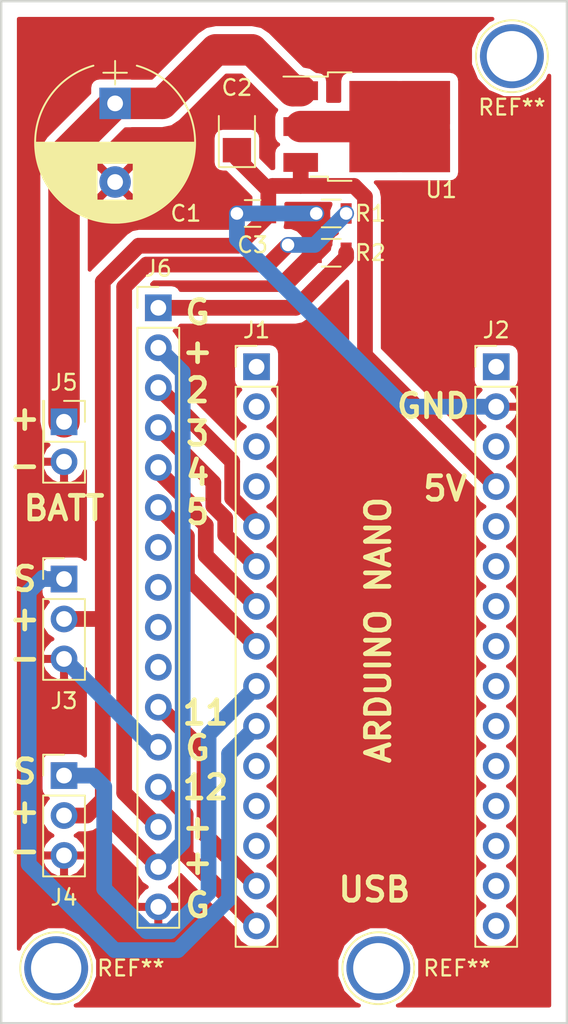
<source format=kicad_pcb>
(kicad_pcb (version 4) (host pcbnew 4.0.7)

  (general
    (links 34)
    (no_connects 0)
    (area 98.204761 47.924999 141.295239 113.575)
    (thickness 1.6)
    (drawings 30)
    (tracks 107)
    (zones 0)
    (modules 15)
    (nets 39)
  )

  (page A4)
  (layers
    (0 F.Cu signal)
    (31 B.Cu signal)
    (32 B.Adhes user)
    (33 F.Adhes user)
    (34 B.Paste user)
    (35 F.Paste user)
    (36 B.SilkS user)
    (37 F.SilkS user)
    (38 B.Mask user)
    (39 F.Mask user)
    (40 Dwgs.User user)
    (41 Cmts.User user)
    (42 Eco1.User user)
    (43 Eco2.User user)
    (44 Edge.Cuts user)
    (45 Margin user)
    (46 B.CrtYd user)
    (47 F.CrtYd user)
    (48 B.Fab user)
    (49 F.Fab user hide)
  )

  (setup
    (last_trace_width 0.25)
    (trace_clearance 0.2)
    (zone_clearance 0.508)
    (zone_45_only no)
    (trace_min 0.2)
    (segment_width 0.2)
    (edge_width 0.15)
    (via_size 0.6)
    (via_drill 0.4)
    (via_min_size 0.4)
    (via_min_drill 0.3)
    (uvia_size 0.3)
    (uvia_drill 0.1)
    (uvias_allowed no)
    (uvia_min_size 0.2)
    (uvia_min_drill 0.1)
    (pcb_text_width 0.3)
    (pcb_text_size 1.5 1.5)
    (mod_edge_width 0.15)
    (mod_text_size 1 1)
    (mod_text_width 0.15)
    (pad_size 4.064 4.064)
    (pad_drill 3.2)
    (pad_to_mask_clearance 0.2)
    (aux_axis_origin 0 0)
    (visible_elements 7FFFFFFF)
    (pcbplotparams
      (layerselection 0x010f0_80000001)
      (usegerberextensions true)
      (excludeedgelayer true)
      (linewidth 0.100000)
      (plotframeref false)
      (viasonmask false)
      (mode 1)
      (useauxorigin false)
      (hpglpennumber 1)
      (hpglpenspeed 20)
      (hpglpendiameter 15)
      (hpglpenoverlay 2)
      (psnegative false)
      (psa4output false)
      (plotreference true)
      (plotvalue true)
      (plotinvisibletext false)
      (padsonsilk false)
      (subtractmaskfromsilk false)
      (outputformat 1)
      (mirror false)
      (drillshape 0)
      (scaleselection 1)
      (outputdirectory "../Gerber Files/"))
  )

  (net 0 "")
  (net 1 BATT)
  (net 2 5V)
  (net 3 TX1)
  (net 4 RXD)
  (net 5 D1)
  (net 6 D2)
  (net 7 D3)
  (net 8 D4)
  (net 9 D5)
  (net 10 D6)
  (net 11 D7)
  (net 12 D8)
  (net 13 D9)
  (net 14 D10)
  (net 15 D11)
  (net 16 D12)
  (net 17 VIN)
  (net 18 GND)
  (net 19 A7)
  (net 20 A6)
  (net 21 A5)
  (net 22 A4)
  (net 23 A3)
  (net 24 A2)
  (net 25 A1)
  (net 26 A0)
  (net 27 REF)
  (net 28 3V3)
  (net 29 D13)
  (net 30 "Net-(J6-Pad7)")
  (net 31 "Net-(J6-Pad8)")
  (net 32 "Net-(J6-Pad9)")
  (net 33 "Net-(J6-Pad10)")
  (net 34 "Net-(J6-Pad14)")
  (net 35 "Net-(U1-Pad2)")
  (net 36 "Net-(J6-Pad1)")
  (net 37 RESET2)
  (net 38 RESET1)

  (net_class Default "This is the default net class."
    (clearance 0.2)
    (trace_width 0.25)
    (via_dia 0.6)
    (via_drill 0.4)
    (uvia_dia 0.3)
    (uvia_drill 0.1)
    (add_net 3V3)
    (add_net 5V)
    (add_net A0)
    (add_net A1)
    (add_net A2)
    (add_net A3)
    (add_net A4)
    (add_net A5)
    (add_net A6)
    (add_net A7)
    (add_net BATT)
    (add_net D1)
    (add_net D10)
    (add_net D11)
    (add_net D12)
    (add_net D13)
    (add_net D2)
    (add_net D3)
    (add_net D4)
    (add_net D5)
    (add_net D6)
    (add_net D7)
    (add_net D8)
    (add_net D9)
    (add_net GND)
    (add_net "Net-(J6-Pad1)")
    (add_net "Net-(J6-Pad10)")
    (add_net "Net-(J6-Pad14)")
    (add_net "Net-(J6-Pad7)")
    (add_net "Net-(J6-Pad8)")
    (add_net "Net-(J6-Pad9)")
    (add_net "Net-(U1-Pad2)")
    (add_net REF)
    (add_net RESET1)
    (add_net RESET2)
    (add_net RXD)
    (add_net TX1)
    (add_net VIN)
  )

  (module Connectors:1pin (layer F.Cu) (tedit 5AB0F592) (tstamp 5AB0F550)
    (at 134.5 51.5)
    (descr "module 1 pin (ou trou mecanique de percage)")
    (tags DEV)
    (fp_text reference REF** (at 0 3.25) (layer F.SilkS)
      (effects (font (size 1 1) (thickness 0.15)))
    )
    (fp_text value 1pin (at 0 3) (layer F.Fab)
      (effects (font (size 1 1) (thickness 0.15)))
    )
    (fp_circle (center 0 0) (end 2 0.8) (layer F.Fab) (width 0.1))
    (fp_circle (center 0 0) (end 2.6 0) (layer F.CrtYd) (width 0.05))
    (fp_circle (center 0 0) (end 0 -2.286) (layer F.SilkS) (width 0.12))
    (pad 1 thru_hole circle (at 0 0) (size 4.064 4.064) (drill 3.2) (layers *.Cu *.Mask))
  )

  (module Capacitors_SMD:C_0805 (layer F.Cu) (tedit 58AA8463) (tstamp 5AB06AB5)
    (at 118 61.5 180)
    (descr "Capacitor SMD 0805, reflow soldering, AVX (see smccp.pdf)")
    (tags "capacitor 0805")
    (path /5AB05F36)
    (attr smd)
    (fp_text reference C3 (at 0 -2 180) (layer F.SilkS)
      (effects (font (size 1 1) (thickness 0.15)))
    )
    (fp_text value 100nF (at 0 1.75 180) (layer F.Fab)
      (effects (font (size 1 1) (thickness 0.15)))
    )
    (fp_text user %R (at 0 -1.5 180) (layer F.Fab)
      (effects (font (size 1 1) (thickness 0.15)))
    )
    (fp_line (start -1 0.62) (end -1 -0.62) (layer F.Fab) (width 0.1))
    (fp_line (start 1 0.62) (end -1 0.62) (layer F.Fab) (width 0.1))
    (fp_line (start 1 -0.62) (end 1 0.62) (layer F.Fab) (width 0.1))
    (fp_line (start -1 -0.62) (end 1 -0.62) (layer F.Fab) (width 0.1))
    (fp_line (start 0.5 -0.85) (end -0.5 -0.85) (layer F.SilkS) (width 0.12))
    (fp_line (start -0.5 0.85) (end 0.5 0.85) (layer F.SilkS) (width 0.12))
    (fp_line (start -1.75 -0.88) (end 1.75 -0.88) (layer F.CrtYd) (width 0.05))
    (fp_line (start -1.75 -0.88) (end -1.75 0.87) (layer F.CrtYd) (width 0.05))
    (fp_line (start 1.75 0.87) (end 1.75 -0.88) (layer F.CrtYd) (width 0.05))
    (fp_line (start 1.75 0.87) (end -1.75 0.87) (layer F.CrtYd) (width 0.05))
    (pad 1 smd rect (at -1 0 180) (size 1 1.25) (layers F.Cu F.Paste F.Mask)
      (net 2 5V))
    (pad 2 smd rect (at 1 0 180) (size 1 1.25) (layers F.Cu F.Paste F.Mask)
      (net 18 GND))
    (model Capacitors_SMD.3dshapes/C_0805.wrl
      (at (xyz 0 0 0))
      (scale (xyz 1 1 1))
      (rotate (xyz 0 0 0))
    )
  )

  (module TO_SOT_Packages_SMD:TO-252-3_TabPin2 (layer F.Cu) (tedit 590079C0) (tstamp 5AB06B0F)
    (at 125.26 55.975)
    (descr "TO-252 / DPAK SMD package, http://www.infineon.com/cms/en/product/packages/PG-TO252/PG-TO252-3-1/")
    (tags "DPAK TO-252 DPAK-3 TO-252-3 SOT-428")
    (path /5AB05E4E)
    (attr smd)
    (fp_text reference U1 (at 4.74 4.025) (layer F.SilkS)
      (effects (font (size 1 1) (thickness 0.15)))
    )
    (fp_text value LM7805_TO220 (at 0 4.5) (layer F.Fab)
      (effects (font (size 1 1) (thickness 0.15)))
    )
    (fp_line (start 3.95 -2.7) (end 4.95 -2.7) (layer F.Fab) (width 0.1))
    (fp_line (start 4.95 -2.7) (end 4.95 2.7) (layer F.Fab) (width 0.1))
    (fp_line (start 4.95 2.7) (end 3.95 2.7) (layer F.Fab) (width 0.1))
    (fp_line (start 3.95 -3.25) (end 3.95 3.25) (layer F.Fab) (width 0.1))
    (fp_line (start 3.95 3.25) (end -2.27 3.25) (layer F.Fab) (width 0.1))
    (fp_line (start -2.27 3.25) (end -2.27 -2.25) (layer F.Fab) (width 0.1))
    (fp_line (start -2.27 -2.25) (end -1.27 -3.25) (layer F.Fab) (width 0.1))
    (fp_line (start -1.27 -3.25) (end 3.95 -3.25) (layer F.Fab) (width 0.1))
    (fp_line (start -1.865 -2.655) (end -4.97 -2.655) (layer F.Fab) (width 0.1))
    (fp_line (start -4.97 -2.655) (end -4.97 -1.905) (layer F.Fab) (width 0.1))
    (fp_line (start -4.97 -1.905) (end -2.27 -1.905) (layer F.Fab) (width 0.1))
    (fp_line (start -2.27 -0.375) (end -4.97 -0.375) (layer F.Fab) (width 0.1))
    (fp_line (start -4.97 -0.375) (end -4.97 0.375) (layer F.Fab) (width 0.1))
    (fp_line (start -4.97 0.375) (end -2.27 0.375) (layer F.Fab) (width 0.1))
    (fp_line (start -2.27 1.905) (end -4.97 1.905) (layer F.Fab) (width 0.1))
    (fp_line (start -4.97 1.905) (end -4.97 2.655) (layer F.Fab) (width 0.1))
    (fp_line (start -4.97 2.655) (end -2.27 2.655) (layer F.Fab) (width 0.1))
    (fp_line (start -0.97 -3.45) (end -2.47 -3.45) (layer F.SilkS) (width 0.12))
    (fp_line (start -2.47 -3.45) (end -2.47 -3.18) (layer F.SilkS) (width 0.12))
    (fp_line (start -2.47 -3.18) (end -5.3 -3.18) (layer F.SilkS) (width 0.12))
    (fp_line (start -0.97 3.45) (end -2.47 3.45) (layer F.SilkS) (width 0.12))
    (fp_line (start -2.47 3.45) (end -2.47 3.18) (layer F.SilkS) (width 0.12))
    (fp_line (start -2.47 3.18) (end -3.57 3.18) (layer F.SilkS) (width 0.12))
    (fp_line (start -5.55 -3.5) (end -5.55 3.5) (layer F.CrtYd) (width 0.05))
    (fp_line (start -5.55 3.5) (end 5.55 3.5) (layer F.CrtYd) (width 0.05))
    (fp_line (start 5.55 3.5) (end 5.55 -3.5) (layer F.CrtYd) (width 0.05))
    (fp_line (start 5.55 -3.5) (end -5.55 -3.5) (layer F.CrtYd) (width 0.05))
    (fp_text user %R (at 0 0) (layer F.Fab)
      (effects (font (size 1 1) (thickness 0.15)))
    )
    (pad 1 smd rect (at -4.2 -2.28) (size 2.2 1.2) (layers F.Cu F.Paste F.Mask)
      (net 1 BATT))
    (pad 2 smd rect (at -4.2 0) (size 2.2 1.2) (layers F.Cu F.Paste F.Mask)
      (net 35 "Net-(U1-Pad2)"))
    (pad 3 smd rect (at -4.2 2.28) (size 2.2 1.2) (layers F.Cu F.Paste F.Mask)
      (net 2 5V))
    (pad 2 smd rect (at 2.1 0) (size 6.4 5.8) (layers F.Cu F.Mask)
      (net 35 "Net-(U1-Pad2)"))
    (pad 2 smd rect (at 3.775 1.525) (size 3.05 2.75) (layers F.Cu F.Paste)
      (net 35 "Net-(U1-Pad2)"))
    (pad 2 smd rect (at 0.425 -1.525) (size 3.05 2.75) (layers F.Cu F.Paste)
      (net 35 "Net-(U1-Pad2)"))
    (pad 2 smd rect (at 3.775 -1.525) (size 3.05 2.75) (layers F.Cu F.Paste)
      (net 35 "Net-(U1-Pad2)"))
    (pad 2 smd rect (at 0.425 1.525) (size 3.05 2.75) (layers F.Cu F.Paste)
      (net 35 "Net-(U1-Pad2)"))
    (model ${KISYS3DMOD}/TO_SOT_Packages_SMD.3dshapes/TO-252-3_TabPin2.wrl
      (at (xyz 0 0 0))
      (scale (xyz 1 1 1))
      (rotate (xyz 0 0 0))
    )
  )

  (module Pin_Headers:Pin_Header_Straight_2x01_Pitch2.54mm (layer F.Cu) (tedit 59650532) (tstamp 5AB06BD5)
    (at 106 74.75 270)
    (descr "Through hole straight pin header, 2x01, 2.54mm pitch, double rows")
    (tags "Through hole pin header THT 2x01 2.54mm double row")
    (path /5AB06CA7)
    (fp_text reference J5 (at -2.5 0 360) (layer F.SilkS)
      (effects (font (size 1 1) (thickness 0.15)))
    )
    (fp_text value Conn_01x02 (at 1.27 2.33 270) (layer F.Fab)
      (effects (font (size 1 1) (thickness 0.15)))
    )
    (fp_line (start 0 -1.27) (end 3.81 -1.27) (layer F.Fab) (width 0.1))
    (fp_line (start 3.81 -1.27) (end 3.81 1.27) (layer F.Fab) (width 0.1))
    (fp_line (start 3.81 1.27) (end -1.27 1.27) (layer F.Fab) (width 0.1))
    (fp_line (start -1.27 1.27) (end -1.27 0) (layer F.Fab) (width 0.1))
    (fp_line (start -1.27 0) (end 0 -1.27) (layer F.Fab) (width 0.1))
    (fp_line (start -1.33 1.33) (end 3.87 1.33) (layer F.SilkS) (width 0.12))
    (fp_line (start -1.33 1.27) (end -1.33 1.33) (layer F.SilkS) (width 0.12))
    (fp_line (start 3.87 -1.33) (end 3.87 1.33) (layer F.SilkS) (width 0.12))
    (fp_line (start -1.33 1.27) (end 1.27 1.27) (layer F.SilkS) (width 0.12))
    (fp_line (start 1.27 1.27) (end 1.27 -1.33) (layer F.SilkS) (width 0.12))
    (fp_line (start 1.27 -1.33) (end 3.87 -1.33) (layer F.SilkS) (width 0.12))
    (fp_line (start -1.33 0) (end -1.33 -1.33) (layer F.SilkS) (width 0.12))
    (fp_line (start -1.33 -1.33) (end 0 -1.33) (layer F.SilkS) (width 0.12))
    (fp_line (start -1.8 -1.8) (end -1.8 1.8) (layer F.CrtYd) (width 0.05))
    (fp_line (start -1.8 1.8) (end 4.35 1.8) (layer F.CrtYd) (width 0.05))
    (fp_line (start 4.35 1.8) (end 4.35 -1.8) (layer F.CrtYd) (width 0.05))
    (fp_line (start 4.35 -1.8) (end -1.8 -1.8) (layer F.CrtYd) (width 0.05))
    (fp_text user %R (at 1.27 0 360) (layer F.Fab)
      (effects (font (size 1 1) (thickness 0.15)))
    )
    (pad 1 thru_hole rect (at 0 0 270) (size 1.7 1.7) (drill 1) (layers *.Cu *.Mask)
      (net 1 BATT))
    (pad 2 thru_hole oval (at 2.54 0 270) (size 1.7 1.7) (drill 1) (layers *.Cu *.Mask)
      (net 18 GND))
    (model ${KISYS3DMOD}/Pin_Headers.3dshapes/Pin_Header_Straight_2x01_Pitch2.54mm.wrl
      (at (xyz 0 0 0))
      (scale (xyz 1 1 1))
      (rotate (xyz 0 0 0))
    )
  )

  (module Socket_Strips:Socket_Strip_Straight_1x15_Pitch2.54mm (layer F.Cu) (tedit 58CD5446) (tstamp 5AB06EFB)
    (at 118.25 71.25)
    (descr "Through hole straight socket strip, 1x15, 2.54mm pitch, single row")
    (tags "Through hole socket strip THT 1x15 2.54mm single row")
    (path /5AB078E1)
    (fp_text reference J1 (at 0 -2.33) (layer F.SilkS)
      (effects (font (size 1 1) (thickness 0.15)))
    )
    (fp_text value Conn_01x15_Female (at 0 37.89) (layer F.Fab)
      (effects (font (size 1 1) (thickness 0.15)))
    )
    (fp_line (start -1.27 -1.27) (end -1.27 36.83) (layer F.Fab) (width 0.1))
    (fp_line (start -1.27 36.83) (end 1.27 36.83) (layer F.Fab) (width 0.1))
    (fp_line (start 1.27 36.83) (end 1.27 -1.27) (layer F.Fab) (width 0.1))
    (fp_line (start 1.27 -1.27) (end -1.27 -1.27) (layer F.Fab) (width 0.1))
    (fp_line (start -1.33 1.27) (end -1.33 36.89) (layer F.SilkS) (width 0.12))
    (fp_line (start -1.33 36.89) (end 1.33 36.89) (layer F.SilkS) (width 0.12))
    (fp_line (start 1.33 36.89) (end 1.33 1.27) (layer F.SilkS) (width 0.12))
    (fp_line (start 1.33 1.27) (end -1.33 1.27) (layer F.SilkS) (width 0.12))
    (fp_line (start -1.33 0) (end -1.33 -1.33) (layer F.SilkS) (width 0.12))
    (fp_line (start -1.33 -1.33) (end 0 -1.33) (layer F.SilkS) (width 0.12))
    (fp_line (start -1.8 -1.8) (end -1.8 37.35) (layer F.CrtYd) (width 0.05))
    (fp_line (start -1.8 37.35) (end 1.8 37.35) (layer F.CrtYd) (width 0.05))
    (fp_line (start 1.8 37.35) (end 1.8 -1.8) (layer F.CrtYd) (width 0.05))
    (fp_line (start 1.8 -1.8) (end -1.8 -1.8) (layer F.CrtYd) (width 0.05))
    (fp_text user %R (at 0 -2.33) (layer F.Fab)
      (effects (font (size 1 1) (thickness 0.15)))
    )
    (pad 1 thru_hole rect (at 0 0) (size 1.7 1.7) (drill 1) (layers *.Cu *.Mask)
      (net 3 TX1))
    (pad 2 thru_hole oval (at 0 2.54) (size 1.7 1.7) (drill 1) (layers *.Cu *.Mask)
      (net 4 RXD))
    (pad 3 thru_hole oval (at 0 5.08) (size 1.7 1.7) (drill 1) (layers *.Cu *.Mask)
      (net 37 RESET2))
    (pad 4 thru_hole oval (at 0 7.62) (size 1.7 1.7) (drill 1) (layers *.Cu *.Mask)
      (net 5 D1))
    (pad 5 thru_hole oval (at 0 10.16) (size 1.7 1.7) (drill 1) (layers *.Cu *.Mask)
      (net 6 D2))
    (pad 6 thru_hole oval (at 0 12.7) (size 1.7 1.7) (drill 1) (layers *.Cu *.Mask)
      (net 7 D3))
    (pad 7 thru_hole oval (at 0 15.24) (size 1.7 1.7) (drill 1) (layers *.Cu *.Mask)
      (net 8 D4))
    (pad 8 thru_hole oval (at 0 17.78) (size 1.7 1.7) (drill 1) (layers *.Cu *.Mask)
      (net 9 D5))
    (pad 9 thru_hole oval (at 0 20.32) (size 1.7 1.7) (drill 1) (layers *.Cu *.Mask)
      (net 10 D6))
    (pad 10 thru_hole oval (at 0 22.86) (size 1.7 1.7) (drill 1) (layers *.Cu *.Mask)
      (net 11 D7))
    (pad 11 thru_hole oval (at 0 25.4) (size 1.7 1.7) (drill 1) (layers *.Cu *.Mask)
      (net 12 D8))
    (pad 12 thru_hole oval (at 0 27.94) (size 1.7 1.7) (drill 1) (layers *.Cu *.Mask)
      (net 13 D9))
    (pad 13 thru_hole oval (at 0 30.48) (size 1.7 1.7) (drill 1) (layers *.Cu *.Mask)
      (net 14 D10))
    (pad 14 thru_hole oval (at 0 33.02) (size 1.7 1.7) (drill 1) (layers *.Cu *.Mask)
      (net 15 D11))
    (pad 15 thru_hole oval (at 0 35.56) (size 1.7 1.7) (drill 1) (layers *.Cu *.Mask)
      (net 16 D12))
    (model ${KISYS3DMOD}/Socket_Strips.3dshapes/Socket_Strip_Straight_1x15_Pitch2.54mm.wrl
      (at (xyz 0 -0.7 0))
      (scale (xyz 1 1 1))
      (rotate (xyz 0 0 270))
    )
  )

  (module Socket_Strips:Socket_Strip_Straight_1x15_Pitch2.54mm (layer F.Cu) (tedit 58CD5446) (tstamp 5AB06F0D)
    (at 133.5 71.25)
    (descr "Through hole straight socket strip, 1x15, 2.54mm pitch, single row")
    (tags "Through hole socket strip THT 1x15 2.54mm single row")
    (path /5AB079FE)
    (fp_text reference J2 (at 0 -2.33) (layer F.SilkS)
      (effects (font (size 1 1) (thickness 0.15)))
    )
    (fp_text value Conn_01x15_Female (at 0 37.89) (layer F.Fab)
      (effects (font (size 1 1) (thickness 0.15)))
    )
    (fp_line (start -1.27 -1.27) (end -1.27 36.83) (layer F.Fab) (width 0.1))
    (fp_line (start -1.27 36.83) (end 1.27 36.83) (layer F.Fab) (width 0.1))
    (fp_line (start 1.27 36.83) (end 1.27 -1.27) (layer F.Fab) (width 0.1))
    (fp_line (start 1.27 -1.27) (end -1.27 -1.27) (layer F.Fab) (width 0.1))
    (fp_line (start -1.33 1.27) (end -1.33 36.89) (layer F.SilkS) (width 0.12))
    (fp_line (start -1.33 36.89) (end 1.33 36.89) (layer F.SilkS) (width 0.12))
    (fp_line (start 1.33 36.89) (end 1.33 1.27) (layer F.SilkS) (width 0.12))
    (fp_line (start 1.33 1.27) (end -1.33 1.27) (layer F.SilkS) (width 0.12))
    (fp_line (start -1.33 0) (end -1.33 -1.33) (layer F.SilkS) (width 0.12))
    (fp_line (start -1.33 -1.33) (end 0 -1.33) (layer F.SilkS) (width 0.12))
    (fp_line (start -1.8 -1.8) (end -1.8 37.35) (layer F.CrtYd) (width 0.05))
    (fp_line (start -1.8 37.35) (end 1.8 37.35) (layer F.CrtYd) (width 0.05))
    (fp_line (start 1.8 37.35) (end 1.8 -1.8) (layer F.CrtYd) (width 0.05))
    (fp_line (start 1.8 -1.8) (end -1.8 -1.8) (layer F.CrtYd) (width 0.05))
    (fp_text user %R (at 0 -2.33) (layer F.Fab)
      (effects (font (size 1 1) (thickness 0.15)))
    )
    (pad 1 thru_hole rect (at 0 0) (size 1.7 1.7) (drill 1) (layers *.Cu *.Mask)
      (net 17 VIN))
    (pad 2 thru_hole oval (at 0 2.54) (size 1.7 1.7) (drill 1) (layers *.Cu *.Mask)
      (net 18 GND))
    (pad 3 thru_hole oval (at 0 5.08) (size 1.7 1.7) (drill 1) (layers *.Cu *.Mask)
      (net 38 RESET1))
    (pad 4 thru_hole oval (at 0 7.62) (size 1.7 1.7) (drill 1) (layers *.Cu *.Mask)
      (net 2 5V))
    (pad 5 thru_hole oval (at 0 10.16) (size 1.7 1.7) (drill 1) (layers *.Cu *.Mask)
      (net 19 A7))
    (pad 6 thru_hole oval (at 0 12.7) (size 1.7 1.7) (drill 1) (layers *.Cu *.Mask)
      (net 20 A6))
    (pad 7 thru_hole oval (at 0 15.24) (size 1.7 1.7) (drill 1) (layers *.Cu *.Mask)
      (net 21 A5))
    (pad 8 thru_hole oval (at 0 17.78) (size 1.7 1.7) (drill 1) (layers *.Cu *.Mask)
      (net 22 A4))
    (pad 9 thru_hole oval (at 0 20.32) (size 1.7 1.7) (drill 1) (layers *.Cu *.Mask)
      (net 23 A3))
    (pad 10 thru_hole oval (at 0 22.86) (size 1.7 1.7) (drill 1) (layers *.Cu *.Mask)
      (net 24 A2))
    (pad 11 thru_hole oval (at 0 25.4) (size 1.7 1.7) (drill 1) (layers *.Cu *.Mask)
      (net 25 A1))
    (pad 12 thru_hole oval (at 0 27.94) (size 1.7 1.7) (drill 1) (layers *.Cu *.Mask)
      (net 26 A0))
    (pad 13 thru_hole oval (at 0 30.48) (size 1.7 1.7) (drill 1) (layers *.Cu *.Mask)
      (net 27 REF))
    (pad 14 thru_hole oval (at 0 33.02) (size 1.7 1.7) (drill 1) (layers *.Cu *.Mask)
      (net 28 3V3))
    (pad 15 thru_hole oval (at 0 35.56) (size 1.7 1.7) (drill 1) (layers *.Cu *.Mask)
      (net 29 D13))
    (model ${KISYS3DMOD}/Socket_Strips.3dshapes/Socket_Strip_Straight_1x15_Pitch2.54mm.wrl
      (at (xyz 0 -0.7 0))
      (scale (xyz 1 1 1))
      (rotate (xyz 0 0 270))
    )
  )

  (module Capacitors_THT:CP_Radial_D10.0mm_P5.00mm (layer F.Cu) (tedit 597BC7C2) (tstamp 5AB0707D)
    (at 109.25 54.5 270)
    (descr "CP, Radial series, Radial, pin pitch=5.00mm, , diameter=10mm, Electrolytic Capacitor")
    (tags "CP Radial series Radial pin pitch 5.00mm  diameter 10mm Electrolytic Capacitor")
    (path /5AB06EA1)
    (fp_text reference C1 (at 7 -4.5 360) (layer F.SilkS)
      (effects (font (size 1 1) (thickness 0.15)))
    )
    (fp_text value C_Small (at 2.5 6.31 270) (layer F.Fab)
      (effects (font (size 1 1) (thickness 0.15)))
    )
    (fp_arc (start 2.5 0) (end -2.399357 -1.38) (angle 148.5) (layer F.SilkS) (width 0.12))
    (fp_arc (start 2.5 0) (end -2.399357 1.38) (angle -148.5) (layer F.SilkS) (width 0.12))
    (fp_arc (start 2.5 0) (end 7.399357 -1.38) (angle 31.5) (layer F.SilkS) (width 0.12))
    (fp_circle (center 2.5 0) (end 7.5 0) (layer F.Fab) (width 0.1))
    (fp_line (start -2.7 0) (end -1.2 0) (layer F.Fab) (width 0.1))
    (fp_line (start -1.95 -0.75) (end -1.95 0.75) (layer F.Fab) (width 0.1))
    (fp_line (start 2.5 -5.05) (end 2.5 5.05) (layer F.SilkS) (width 0.12))
    (fp_line (start 2.54 -5.05) (end 2.54 5.05) (layer F.SilkS) (width 0.12))
    (fp_line (start 2.58 -5.05) (end 2.58 5.05) (layer F.SilkS) (width 0.12))
    (fp_line (start 2.62 -5.049) (end 2.62 5.049) (layer F.SilkS) (width 0.12))
    (fp_line (start 2.66 -5.048) (end 2.66 5.048) (layer F.SilkS) (width 0.12))
    (fp_line (start 2.7 -5.047) (end 2.7 5.047) (layer F.SilkS) (width 0.12))
    (fp_line (start 2.74 -5.045) (end 2.74 5.045) (layer F.SilkS) (width 0.12))
    (fp_line (start 2.78 -5.043) (end 2.78 5.043) (layer F.SilkS) (width 0.12))
    (fp_line (start 2.82 -5.04) (end 2.82 5.04) (layer F.SilkS) (width 0.12))
    (fp_line (start 2.86 -5.038) (end 2.86 5.038) (layer F.SilkS) (width 0.12))
    (fp_line (start 2.9 -5.035) (end 2.9 5.035) (layer F.SilkS) (width 0.12))
    (fp_line (start 2.94 -5.031) (end 2.94 5.031) (layer F.SilkS) (width 0.12))
    (fp_line (start 2.98 -5.028) (end 2.98 5.028) (layer F.SilkS) (width 0.12))
    (fp_line (start 3.02 -5.024) (end 3.02 5.024) (layer F.SilkS) (width 0.12))
    (fp_line (start 3.06 -5.02) (end 3.06 5.02) (layer F.SilkS) (width 0.12))
    (fp_line (start 3.1 -5.015) (end 3.1 5.015) (layer F.SilkS) (width 0.12))
    (fp_line (start 3.14 -5.01) (end 3.14 5.01) (layer F.SilkS) (width 0.12))
    (fp_line (start 3.18 -5.005) (end 3.18 5.005) (layer F.SilkS) (width 0.12))
    (fp_line (start 3.221 -4.999) (end 3.221 4.999) (layer F.SilkS) (width 0.12))
    (fp_line (start 3.261 -4.993) (end 3.261 4.993) (layer F.SilkS) (width 0.12))
    (fp_line (start 3.301 -4.987) (end 3.301 4.987) (layer F.SilkS) (width 0.12))
    (fp_line (start 3.341 -4.981) (end 3.341 4.981) (layer F.SilkS) (width 0.12))
    (fp_line (start 3.381 -4.974) (end 3.381 4.974) (layer F.SilkS) (width 0.12))
    (fp_line (start 3.421 -4.967) (end 3.421 4.967) (layer F.SilkS) (width 0.12))
    (fp_line (start 3.461 -4.959) (end 3.461 4.959) (layer F.SilkS) (width 0.12))
    (fp_line (start 3.501 -4.951) (end 3.501 4.951) (layer F.SilkS) (width 0.12))
    (fp_line (start 3.541 -4.943) (end 3.541 4.943) (layer F.SilkS) (width 0.12))
    (fp_line (start 3.581 -4.935) (end 3.581 4.935) (layer F.SilkS) (width 0.12))
    (fp_line (start 3.621 -4.926) (end 3.621 4.926) (layer F.SilkS) (width 0.12))
    (fp_line (start 3.661 -4.917) (end 3.661 4.917) (layer F.SilkS) (width 0.12))
    (fp_line (start 3.701 -4.907) (end 3.701 4.907) (layer F.SilkS) (width 0.12))
    (fp_line (start 3.741 -4.897) (end 3.741 4.897) (layer F.SilkS) (width 0.12))
    (fp_line (start 3.781 -4.887) (end 3.781 4.887) (layer F.SilkS) (width 0.12))
    (fp_line (start 3.821 -4.876) (end 3.821 -1.181) (layer F.SilkS) (width 0.12))
    (fp_line (start 3.821 1.181) (end 3.821 4.876) (layer F.SilkS) (width 0.12))
    (fp_line (start 3.861 -4.865) (end 3.861 -1.181) (layer F.SilkS) (width 0.12))
    (fp_line (start 3.861 1.181) (end 3.861 4.865) (layer F.SilkS) (width 0.12))
    (fp_line (start 3.901 -4.854) (end 3.901 -1.181) (layer F.SilkS) (width 0.12))
    (fp_line (start 3.901 1.181) (end 3.901 4.854) (layer F.SilkS) (width 0.12))
    (fp_line (start 3.941 -4.843) (end 3.941 -1.181) (layer F.SilkS) (width 0.12))
    (fp_line (start 3.941 1.181) (end 3.941 4.843) (layer F.SilkS) (width 0.12))
    (fp_line (start 3.981 -4.831) (end 3.981 -1.181) (layer F.SilkS) (width 0.12))
    (fp_line (start 3.981 1.181) (end 3.981 4.831) (layer F.SilkS) (width 0.12))
    (fp_line (start 4.021 -4.818) (end 4.021 -1.181) (layer F.SilkS) (width 0.12))
    (fp_line (start 4.021 1.181) (end 4.021 4.818) (layer F.SilkS) (width 0.12))
    (fp_line (start 4.061 -4.806) (end 4.061 -1.181) (layer F.SilkS) (width 0.12))
    (fp_line (start 4.061 1.181) (end 4.061 4.806) (layer F.SilkS) (width 0.12))
    (fp_line (start 4.101 -4.792) (end 4.101 -1.181) (layer F.SilkS) (width 0.12))
    (fp_line (start 4.101 1.181) (end 4.101 4.792) (layer F.SilkS) (width 0.12))
    (fp_line (start 4.141 -4.779) (end 4.141 -1.181) (layer F.SilkS) (width 0.12))
    (fp_line (start 4.141 1.181) (end 4.141 4.779) (layer F.SilkS) (width 0.12))
    (fp_line (start 4.181 -4.765) (end 4.181 -1.181) (layer F.SilkS) (width 0.12))
    (fp_line (start 4.181 1.181) (end 4.181 4.765) (layer F.SilkS) (width 0.12))
    (fp_line (start 4.221 -4.751) (end 4.221 -1.181) (layer F.SilkS) (width 0.12))
    (fp_line (start 4.221 1.181) (end 4.221 4.751) (layer F.SilkS) (width 0.12))
    (fp_line (start 4.261 -4.737) (end 4.261 -1.181) (layer F.SilkS) (width 0.12))
    (fp_line (start 4.261 1.181) (end 4.261 4.737) (layer F.SilkS) (width 0.12))
    (fp_line (start 4.301 -4.722) (end 4.301 -1.181) (layer F.SilkS) (width 0.12))
    (fp_line (start 4.301 1.181) (end 4.301 4.722) (layer F.SilkS) (width 0.12))
    (fp_line (start 4.341 -4.706) (end 4.341 -1.181) (layer F.SilkS) (width 0.12))
    (fp_line (start 4.341 1.181) (end 4.341 4.706) (layer F.SilkS) (width 0.12))
    (fp_line (start 4.381 -4.691) (end 4.381 -1.181) (layer F.SilkS) (width 0.12))
    (fp_line (start 4.381 1.181) (end 4.381 4.691) (layer F.SilkS) (width 0.12))
    (fp_line (start 4.421 -4.674) (end 4.421 -1.181) (layer F.SilkS) (width 0.12))
    (fp_line (start 4.421 1.181) (end 4.421 4.674) (layer F.SilkS) (width 0.12))
    (fp_line (start 4.461 -4.658) (end 4.461 -1.181) (layer F.SilkS) (width 0.12))
    (fp_line (start 4.461 1.181) (end 4.461 4.658) (layer F.SilkS) (width 0.12))
    (fp_line (start 4.501 -4.641) (end 4.501 -1.181) (layer F.SilkS) (width 0.12))
    (fp_line (start 4.501 1.181) (end 4.501 4.641) (layer F.SilkS) (width 0.12))
    (fp_line (start 4.541 -4.624) (end 4.541 -1.181) (layer F.SilkS) (width 0.12))
    (fp_line (start 4.541 1.181) (end 4.541 4.624) (layer F.SilkS) (width 0.12))
    (fp_line (start 4.581 -4.606) (end 4.581 -1.181) (layer F.SilkS) (width 0.12))
    (fp_line (start 4.581 1.181) (end 4.581 4.606) (layer F.SilkS) (width 0.12))
    (fp_line (start 4.621 -4.588) (end 4.621 -1.181) (layer F.SilkS) (width 0.12))
    (fp_line (start 4.621 1.181) (end 4.621 4.588) (layer F.SilkS) (width 0.12))
    (fp_line (start 4.661 -4.569) (end 4.661 -1.181) (layer F.SilkS) (width 0.12))
    (fp_line (start 4.661 1.181) (end 4.661 4.569) (layer F.SilkS) (width 0.12))
    (fp_line (start 4.701 -4.55) (end 4.701 -1.181) (layer F.SilkS) (width 0.12))
    (fp_line (start 4.701 1.181) (end 4.701 4.55) (layer F.SilkS) (width 0.12))
    (fp_line (start 4.741 -4.531) (end 4.741 -1.181) (layer F.SilkS) (width 0.12))
    (fp_line (start 4.741 1.181) (end 4.741 4.531) (layer F.SilkS) (width 0.12))
    (fp_line (start 4.781 -4.511) (end 4.781 -1.181) (layer F.SilkS) (width 0.12))
    (fp_line (start 4.781 1.181) (end 4.781 4.511) (layer F.SilkS) (width 0.12))
    (fp_line (start 4.821 -4.491) (end 4.821 -1.181) (layer F.SilkS) (width 0.12))
    (fp_line (start 4.821 1.181) (end 4.821 4.491) (layer F.SilkS) (width 0.12))
    (fp_line (start 4.861 -4.47) (end 4.861 -1.181) (layer F.SilkS) (width 0.12))
    (fp_line (start 4.861 1.181) (end 4.861 4.47) (layer F.SilkS) (width 0.12))
    (fp_line (start 4.901 -4.449) (end 4.901 -1.181) (layer F.SilkS) (width 0.12))
    (fp_line (start 4.901 1.181) (end 4.901 4.449) (layer F.SilkS) (width 0.12))
    (fp_line (start 4.941 -4.428) (end 4.941 -1.181) (layer F.SilkS) (width 0.12))
    (fp_line (start 4.941 1.181) (end 4.941 4.428) (layer F.SilkS) (width 0.12))
    (fp_line (start 4.981 -4.405) (end 4.981 -1.181) (layer F.SilkS) (width 0.12))
    (fp_line (start 4.981 1.181) (end 4.981 4.405) (layer F.SilkS) (width 0.12))
    (fp_line (start 5.021 -4.383) (end 5.021 -1.181) (layer F.SilkS) (width 0.12))
    (fp_line (start 5.021 1.181) (end 5.021 4.383) (layer F.SilkS) (width 0.12))
    (fp_line (start 5.061 -4.36) (end 5.061 -1.181) (layer F.SilkS) (width 0.12))
    (fp_line (start 5.061 1.181) (end 5.061 4.36) (layer F.SilkS) (width 0.12))
    (fp_line (start 5.101 -4.336) (end 5.101 -1.181) (layer F.SilkS) (width 0.12))
    (fp_line (start 5.101 1.181) (end 5.101 4.336) (layer F.SilkS) (width 0.12))
    (fp_line (start 5.141 -4.312) (end 5.141 -1.181) (layer F.SilkS) (width 0.12))
    (fp_line (start 5.141 1.181) (end 5.141 4.312) (layer F.SilkS) (width 0.12))
    (fp_line (start 5.181 -4.288) (end 5.181 -1.181) (layer F.SilkS) (width 0.12))
    (fp_line (start 5.181 1.181) (end 5.181 4.288) (layer F.SilkS) (width 0.12))
    (fp_line (start 5.221 -4.263) (end 5.221 -1.181) (layer F.SilkS) (width 0.12))
    (fp_line (start 5.221 1.181) (end 5.221 4.263) (layer F.SilkS) (width 0.12))
    (fp_line (start 5.261 -4.237) (end 5.261 -1.181) (layer F.SilkS) (width 0.12))
    (fp_line (start 5.261 1.181) (end 5.261 4.237) (layer F.SilkS) (width 0.12))
    (fp_line (start 5.301 -4.211) (end 5.301 -1.181) (layer F.SilkS) (width 0.12))
    (fp_line (start 5.301 1.181) (end 5.301 4.211) (layer F.SilkS) (width 0.12))
    (fp_line (start 5.341 -4.185) (end 5.341 -1.181) (layer F.SilkS) (width 0.12))
    (fp_line (start 5.341 1.181) (end 5.341 4.185) (layer F.SilkS) (width 0.12))
    (fp_line (start 5.381 -4.157) (end 5.381 -1.181) (layer F.SilkS) (width 0.12))
    (fp_line (start 5.381 1.181) (end 5.381 4.157) (layer F.SilkS) (width 0.12))
    (fp_line (start 5.421 -4.13) (end 5.421 -1.181) (layer F.SilkS) (width 0.12))
    (fp_line (start 5.421 1.181) (end 5.421 4.13) (layer F.SilkS) (width 0.12))
    (fp_line (start 5.461 -4.101) (end 5.461 -1.181) (layer F.SilkS) (width 0.12))
    (fp_line (start 5.461 1.181) (end 5.461 4.101) (layer F.SilkS) (width 0.12))
    (fp_line (start 5.501 -4.072) (end 5.501 -1.181) (layer F.SilkS) (width 0.12))
    (fp_line (start 5.501 1.181) (end 5.501 4.072) (layer F.SilkS) (width 0.12))
    (fp_line (start 5.541 -4.043) (end 5.541 -1.181) (layer F.SilkS) (width 0.12))
    (fp_line (start 5.541 1.181) (end 5.541 4.043) (layer F.SilkS) (width 0.12))
    (fp_line (start 5.581 -4.013) (end 5.581 -1.181) (layer F.SilkS) (width 0.12))
    (fp_line (start 5.581 1.181) (end 5.581 4.013) (layer F.SilkS) (width 0.12))
    (fp_line (start 5.621 -3.982) (end 5.621 -1.181) (layer F.SilkS) (width 0.12))
    (fp_line (start 5.621 1.181) (end 5.621 3.982) (layer F.SilkS) (width 0.12))
    (fp_line (start 5.661 -3.951) (end 5.661 -1.181) (layer F.SilkS) (width 0.12))
    (fp_line (start 5.661 1.181) (end 5.661 3.951) (layer F.SilkS) (width 0.12))
    (fp_line (start 5.701 -3.919) (end 5.701 -1.181) (layer F.SilkS) (width 0.12))
    (fp_line (start 5.701 1.181) (end 5.701 3.919) (layer F.SilkS) (width 0.12))
    (fp_line (start 5.741 -3.886) (end 5.741 -1.181) (layer F.SilkS) (width 0.12))
    (fp_line (start 5.741 1.181) (end 5.741 3.886) (layer F.SilkS) (width 0.12))
    (fp_line (start 5.781 -3.853) (end 5.781 -1.181) (layer F.SilkS) (width 0.12))
    (fp_line (start 5.781 1.181) (end 5.781 3.853) (layer F.SilkS) (width 0.12))
    (fp_line (start 5.821 -3.819) (end 5.821 -1.181) (layer F.SilkS) (width 0.12))
    (fp_line (start 5.821 1.181) (end 5.821 3.819) (layer F.SilkS) (width 0.12))
    (fp_line (start 5.861 -3.784) (end 5.861 -1.181) (layer F.SilkS) (width 0.12))
    (fp_line (start 5.861 1.181) (end 5.861 3.784) (layer F.SilkS) (width 0.12))
    (fp_line (start 5.901 -3.748) (end 5.901 -1.181) (layer F.SilkS) (width 0.12))
    (fp_line (start 5.901 1.181) (end 5.901 3.748) (layer F.SilkS) (width 0.12))
    (fp_line (start 5.941 -3.712) (end 5.941 -1.181) (layer F.SilkS) (width 0.12))
    (fp_line (start 5.941 1.181) (end 5.941 3.712) (layer F.SilkS) (width 0.12))
    (fp_line (start 5.981 -3.675) (end 5.981 -1.181) (layer F.SilkS) (width 0.12))
    (fp_line (start 5.981 1.181) (end 5.981 3.675) (layer F.SilkS) (width 0.12))
    (fp_line (start 6.021 -3.637) (end 6.021 -1.181) (layer F.SilkS) (width 0.12))
    (fp_line (start 6.021 1.181) (end 6.021 3.637) (layer F.SilkS) (width 0.12))
    (fp_line (start 6.061 -3.598) (end 6.061 -1.181) (layer F.SilkS) (width 0.12))
    (fp_line (start 6.061 1.181) (end 6.061 3.598) (layer F.SilkS) (width 0.12))
    (fp_line (start 6.101 -3.559) (end 6.101 -1.181) (layer F.SilkS) (width 0.12))
    (fp_line (start 6.101 1.181) (end 6.101 3.559) (layer F.SilkS) (width 0.12))
    (fp_line (start 6.141 -3.518) (end 6.141 -1.181) (layer F.SilkS) (width 0.12))
    (fp_line (start 6.141 1.181) (end 6.141 3.518) (layer F.SilkS) (width 0.12))
    (fp_line (start 6.181 -3.477) (end 6.181 3.477) (layer F.SilkS) (width 0.12))
    (fp_line (start 6.221 -3.435) (end 6.221 3.435) (layer F.SilkS) (width 0.12))
    (fp_line (start 6.261 -3.391) (end 6.261 3.391) (layer F.SilkS) (width 0.12))
    (fp_line (start 6.301 -3.347) (end 6.301 3.347) (layer F.SilkS) (width 0.12))
    (fp_line (start 6.341 -3.302) (end 6.341 3.302) (layer F.SilkS) (width 0.12))
    (fp_line (start 6.381 -3.255) (end 6.381 3.255) (layer F.SilkS) (width 0.12))
    (fp_line (start 6.421 -3.207) (end 6.421 3.207) (layer F.SilkS) (width 0.12))
    (fp_line (start 6.461 -3.158) (end 6.461 3.158) (layer F.SilkS) (width 0.12))
    (fp_line (start 6.501 -3.108) (end 6.501 3.108) (layer F.SilkS) (width 0.12))
    (fp_line (start 6.541 -3.057) (end 6.541 3.057) (layer F.SilkS) (width 0.12))
    (fp_line (start 6.581 -3.004) (end 6.581 3.004) (layer F.SilkS) (width 0.12))
    (fp_line (start 6.621 -2.949) (end 6.621 2.949) (layer F.SilkS) (width 0.12))
    (fp_line (start 6.661 -2.894) (end 6.661 2.894) (layer F.SilkS) (width 0.12))
    (fp_line (start 6.701 -2.836) (end 6.701 2.836) (layer F.SilkS) (width 0.12))
    (fp_line (start 6.741 -2.777) (end 6.741 2.777) (layer F.SilkS) (width 0.12))
    (fp_line (start 6.781 -2.715) (end 6.781 2.715) (layer F.SilkS) (width 0.12))
    (fp_line (start 6.821 -2.652) (end 6.821 2.652) (layer F.SilkS) (width 0.12))
    (fp_line (start 6.861 -2.587) (end 6.861 2.587) (layer F.SilkS) (width 0.12))
    (fp_line (start 6.901 -2.519) (end 6.901 2.519) (layer F.SilkS) (width 0.12))
    (fp_line (start 6.941 -2.449) (end 6.941 2.449) (layer F.SilkS) (width 0.12))
    (fp_line (start 6.981 -2.377) (end 6.981 2.377) (layer F.SilkS) (width 0.12))
    (fp_line (start 7.021 -2.301) (end 7.021 2.301) (layer F.SilkS) (width 0.12))
    (fp_line (start 7.061 -2.222) (end 7.061 2.222) (layer F.SilkS) (width 0.12))
    (fp_line (start 7.101 -2.14) (end 7.101 2.14) (layer F.SilkS) (width 0.12))
    (fp_line (start 7.141 -2.053) (end 7.141 2.053) (layer F.SilkS) (width 0.12))
    (fp_line (start 7.181 -1.962) (end 7.181 1.962) (layer F.SilkS) (width 0.12))
    (fp_line (start 7.221 -1.866) (end 7.221 1.866) (layer F.SilkS) (width 0.12))
    (fp_line (start 7.261 -1.763) (end 7.261 1.763) (layer F.SilkS) (width 0.12))
    (fp_line (start 7.301 -1.654) (end 7.301 1.654) (layer F.SilkS) (width 0.12))
    (fp_line (start 7.341 -1.536) (end 7.341 1.536) (layer F.SilkS) (width 0.12))
    (fp_line (start 7.381 -1.407) (end 7.381 1.407) (layer F.SilkS) (width 0.12))
    (fp_line (start 7.421 -1.265) (end 7.421 1.265) (layer F.SilkS) (width 0.12))
    (fp_line (start 7.461 -1.104) (end 7.461 1.104) (layer F.SilkS) (width 0.12))
    (fp_line (start 7.501 -0.913) (end 7.501 0.913) (layer F.SilkS) (width 0.12))
    (fp_line (start 7.541 -0.672) (end 7.541 0.672) (layer F.SilkS) (width 0.12))
    (fp_line (start 7.581 -0.279) (end 7.581 0.279) (layer F.SilkS) (width 0.12))
    (fp_line (start -2.7 0) (end -1.2 0) (layer F.SilkS) (width 0.12))
    (fp_line (start -1.95 -0.75) (end -1.95 0.75) (layer F.SilkS) (width 0.12))
    (fp_line (start -2.85 -5.35) (end -2.85 5.35) (layer F.CrtYd) (width 0.05))
    (fp_line (start -2.85 5.35) (end 7.85 5.35) (layer F.CrtYd) (width 0.05))
    (fp_line (start 7.85 5.35) (end 7.85 -5.35) (layer F.CrtYd) (width 0.05))
    (fp_line (start 7.85 -5.35) (end -2.85 -5.35) (layer F.CrtYd) (width 0.05))
    (fp_text user %R (at 2.5 0 270) (layer F.Fab)
      (effects (font (size 1 1) (thickness 0.15)))
    )
    (pad 1 thru_hole rect (at 0 0 270) (size 2 2) (drill 1) (layers *.Cu *.Mask)
      (net 1 BATT))
    (pad 2 thru_hole circle (at 5 0 270) (size 2 2) (drill 1) (layers *.Cu *.Mask)
      (net 18 GND))
    (model ${KISYS3DMOD}/Capacitors_THT.3dshapes/CP_Radial_D10.0mm_P5.00mm.wrl
      (at (xyz 0 0 0))
      (scale (xyz 1 1 1))
      (rotate (xyz 0 0 0))
    )
  )

  (module Socket_Strips:Socket_Strip_Straight_1x03_Pitch2.54mm (layer F.Cu) (tedit 58CD5446) (tstamp 5AB0EEBB)
    (at 106 84.75)
    (descr "Through hole straight socket strip, 1x03, 2.54mm pitch, single row")
    (tags "Through hole socket strip THT 1x03 2.54mm single row")
    (path /5AB0FDD4)
    (fp_text reference J3 (at 0 7.75) (layer F.SilkS)
      (effects (font (size 1 1) (thickness 0.15)))
    )
    (fp_text value Conn_01x03_Female (at 0 7.41) (layer F.Fab)
      (effects (font (size 1 1) (thickness 0.15)))
    )
    (fp_line (start -1.27 -1.27) (end -1.27 6.35) (layer F.Fab) (width 0.1))
    (fp_line (start -1.27 6.35) (end 1.27 6.35) (layer F.Fab) (width 0.1))
    (fp_line (start 1.27 6.35) (end 1.27 -1.27) (layer F.Fab) (width 0.1))
    (fp_line (start 1.27 -1.27) (end -1.27 -1.27) (layer F.Fab) (width 0.1))
    (fp_line (start -1.33 1.27) (end -1.33 6.41) (layer F.SilkS) (width 0.12))
    (fp_line (start -1.33 6.41) (end 1.33 6.41) (layer F.SilkS) (width 0.12))
    (fp_line (start 1.33 6.41) (end 1.33 1.27) (layer F.SilkS) (width 0.12))
    (fp_line (start 1.33 1.27) (end -1.33 1.27) (layer F.SilkS) (width 0.12))
    (fp_line (start -1.33 0) (end -1.33 -1.33) (layer F.SilkS) (width 0.12))
    (fp_line (start -1.33 -1.33) (end 0 -1.33) (layer F.SilkS) (width 0.12))
    (fp_line (start -1.8 -1.8) (end -1.8 6.85) (layer F.CrtYd) (width 0.05))
    (fp_line (start -1.8 6.85) (end 1.8 6.85) (layer F.CrtYd) (width 0.05))
    (fp_line (start 1.8 6.85) (end 1.8 -1.8) (layer F.CrtYd) (width 0.05))
    (fp_line (start 1.8 -1.8) (end -1.8 -1.8) (layer F.CrtYd) (width 0.05))
    (fp_text user %R (at 0 -2.33) (layer F.Fab)
      (effects (font (size 1 1) (thickness 0.15)))
    )
    (pad 1 thru_hole rect (at 0 0) (size 1.7 1.7) (drill 1) (layers *.Cu *.Mask)
      (net 11 D7))
    (pad 2 thru_hole oval (at 0 2.54) (size 1.7 1.7) (drill 1) (layers *.Cu *.Mask)
      (net 2 5V))
    (pad 3 thru_hole oval (at 0 5.08) (size 1.7 1.7) (drill 1) (layers *.Cu *.Mask)
      (net 18 GND))
    (model ${KISYS3DMOD}/Socket_Strips.3dshapes/Socket_Strip_Straight_1x03_Pitch2.54mm.wrl
      (at (xyz 0 -0.1 0))
      (scale (xyz 1 1 1))
      (rotate (xyz 0 0 270))
    )
  )

  (module Socket_Strips:Socket_Strip_Straight_1x03_Pitch2.54mm (layer F.Cu) (tedit 58CD5446) (tstamp 5AB0EEC1)
    (at 106 97.25)
    (descr "Through hole straight socket strip, 1x03, 2.54mm pitch, single row")
    (tags "Through hole socket strip THT 1x03 2.54mm single row")
    (path /5AB0FE17)
    (fp_text reference J4 (at 0 7.75) (layer F.SilkS)
      (effects (font (size 1 1) (thickness 0.15)))
    )
    (fp_text value Conn_01x03_Female (at 0 7.41) (layer F.Fab)
      (effects (font (size 1 1) (thickness 0.15)))
    )
    (fp_line (start -1.27 -1.27) (end -1.27 6.35) (layer F.Fab) (width 0.1))
    (fp_line (start -1.27 6.35) (end 1.27 6.35) (layer F.Fab) (width 0.1))
    (fp_line (start 1.27 6.35) (end 1.27 -1.27) (layer F.Fab) (width 0.1))
    (fp_line (start 1.27 -1.27) (end -1.27 -1.27) (layer F.Fab) (width 0.1))
    (fp_line (start -1.33 1.27) (end -1.33 6.41) (layer F.SilkS) (width 0.12))
    (fp_line (start -1.33 6.41) (end 1.33 6.41) (layer F.SilkS) (width 0.12))
    (fp_line (start 1.33 6.41) (end 1.33 1.27) (layer F.SilkS) (width 0.12))
    (fp_line (start 1.33 1.27) (end -1.33 1.27) (layer F.SilkS) (width 0.12))
    (fp_line (start -1.33 0) (end -1.33 -1.33) (layer F.SilkS) (width 0.12))
    (fp_line (start -1.33 -1.33) (end 0 -1.33) (layer F.SilkS) (width 0.12))
    (fp_line (start -1.8 -1.8) (end -1.8 6.85) (layer F.CrtYd) (width 0.05))
    (fp_line (start -1.8 6.85) (end 1.8 6.85) (layer F.CrtYd) (width 0.05))
    (fp_line (start 1.8 6.85) (end 1.8 -1.8) (layer F.CrtYd) (width 0.05))
    (fp_line (start 1.8 -1.8) (end -1.8 -1.8) (layer F.CrtYd) (width 0.05))
    (fp_text user %R (at 0 -2.33) (layer F.Fab)
      (effects (font (size 1 1) (thickness 0.15)))
    )
    (pad 1 thru_hole rect (at 0 0) (size 1.7 1.7) (drill 1) (layers *.Cu *.Mask)
      (net 10 D6))
    (pad 2 thru_hole oval (at 0 2.54) (size 1.7 1.7) (drill 1) (layers *.Cu *.Mask)
      (net 2 5V))
    (pad 3 thru_hole oval (at 0 5.08) (size 1.7 1.7) (drill 1) (layers *.Cu *.Mask)
      (net 18 GND))
    (model ${KISYS3DMOD}/Socket_Strips.3dshapes/Socket_Strip_Straight_1x03_Pitch2.54mm.wrl
      (at (xyz 0 -0.1 0))
      (scale (xyz 1 1 1))
      (rotate (xyz 0 0 270))
    )
  )

  (module Socket_Strips:Socket_Strip_Straight_1x16_Pitch2.54mm (layer F.Cu) (tedit 58CD5446) (tstamp 5AB0EEC7)
    (at 112 67.5)
    (descr "Through hole straight socket strip, 1x16, 2.54mm pitch, single row")
    (tags "Through hole socket strip THT 1x16 2.54mm single row")
    (path /5AB0FCF3)
    (fp_text reference J6 (at 0 -2.5) (layer F.SilkS)
      (effects (font (size 1 1) (thickness 0.15)))
    )
    (fp_text value Conn_01x16_Female (at 0 40.43) (layer F.Fab)
      (effects (font (size 1 1) (thickness 0.15)))
    )
    (fp_line (start -1.27 -1.27) (end -1.27 39.37) (layer F.Fab) (width 0.1))
    (fp_line (start -1.27 39.37) (end 1.27 39.37) (layer F.Fab) (width 0.1))
    (fp_line (start 1.27 39.37) (end 1.27 -1.27) (layer F.Fab) (width 0.1))
    (fp_line (start 1.27 -1.27) (end -1.27 -1.27) (layer F.Fab) (width 0.1))
    (fp_line (start -1.33 1.27) (end -1.33 39.43) (layer F.SilkS) (width 0.12))
    (fp_line (start -1.33 39.43) (end 1.33 39.43) (layer F.SilkS) (width 0.12))
    (fp_line (start 1.33 39.43) (end 1.33 1.27) (layer F.SilkS) (width 0.12))
    (fp_line (start 1.33 1.27) (end -1.33 1.27) (layer F.SilkS) (width 0.12))
    (fp_line (start -1.33 0) (end -1.33 -1.33) (layer F.SilkS) (width 0.12))
    (fp_line (start -1.33 -1.33) (end 0 -1.33) (layer F.SilkS) (width 0.12))
    (fp_line (start -1.8 -1.8) (end -1.8 39.9) (layer F.CrtYd) (width 0.05))
    (fp_line (start -1.8 39.9) (end 1.8 39.9) (layer F.CrtYd) (width 0.05))
    (fp_line (start 1.8 39.9) (end 1.8 -1.8) (layer F.CrtYd) (width 0.05))
    (fp_line (start 1.8 -1.8) (end -1.8 -1.8) (layer F.CrtYd) (width 0.05))
    (fp_text user %R (at 0 -2.33) (layer F.Fab)
      (effects (font (size 1 1) (thickness 0.15)))
    )
    (pad 1 thru_hole rect (at 0 0) (size 1.7 1.7) (drill 1) (layers *.Cu *.Mask)
      (net 36 "Net-(J6-Pad1)"))
    (pad 2 thru_hole oval (at 0 2.54) (size 1.7 1.7) (drill 1) (layers *.Cu *.Mask)
      (net 2 5V))
    (pad 3 thru_hole oval (at 0 5.08) (size 1.7 1.7) (drill 1) (layers *.Cu *.Mask)
      (net 6 D2))
    (pad 4 thru_hole oval (at 0 7.62) (size 1.7 1.7) (drill 1) (layers *.Cu *.Mask)
      (net 7 D3))
    (pad 5 thru_hole oval (at 0 10.16) (size 1.7 1.7) (drill 1) (layers *.Cu *.Mask)
      (net 8 D4))
    (pad 6 thru_hole oval (at 0 12.7) (size 1.7 1.7) (drill 1) (layers *.Cu *.Mask)
      (net 9 D5))
    (pad 7 thru_hole oval (at 0 15.24) (size 1.7 1.7) (drill 1) (layers *.Cu *.Mask)
      (net 30 "Net-(J6-Pad7)"))
    (pad 8 thru_hole oval (at 0 17.78) (size 1.7 1.7) (drill 1) (layers *.Cu *.Mask)
      (net 31 "Net-(J6-Pad8)"))
    (pad 9 thru_hole oval (at 0 20.32) (size 1.7 1.7) (drill 1) (layers *.Cu *.Mask)
      (net 32 "Net-(J6-Pad9)"))
    (pad 10 thru_hole oval (at 0 22.86) (size 1.7 1.7) (drill 1) (layers *.Cu *.Mask)
      (net 33 "Net-(J6-Pad10)"))
    (pad 11 thru_hole oval (at 0 25.4) (size 1.7 1.7) (drill 1) (layers *.Cu *.Mask)
      (net 15 D11))
    (pad 12 thru_hole oval (at 0 27.94) (size 1.7 1.7) (drill 1) (layers *.Cu *.Mask)
      (net 18 GND))
    (pad 13 thru_hole oval (at 0 30.48) (size 1.7 1.7) (drill 1) (layers *.Cu *.Mask)
      (net 16 D12))
    (pad 14 thru_hole oval (at 0 33.02) (size 1.7 1.7) (drill 1) (layers *.Cu *.Mask)
      (net 34 "Net-(J6-Pad14)"))
    (pad 15 thru_hole oval (at 0 35.56) (size 1.7 1.7) (drill 1) (layers *.Cu *.Mask)
      (net 2 5V))
    (pad 16 thru_hole oval (at 0 38.1) (size 1.7 1.7) (drill 1) (layers *.Cu *.Mask)
      (net 18 GND))
    (model ${KISYS3DMOD}/Socket_Strips.3dshapes/Socket_Strip_Straight_1x16_Pitch2.54mm.wrl
      (at (xyz 0 -0.75 0))
      (scale (xyz 1 1 1))
      (rotate (xyz 0 0 270))
    )
  )

  (module Resistors_SMD:R_0805 (layer F.Cu) (tedit 58E0A804) (tstamp 5AB0EEDF)
    (at 123 61.5 180)
    (descr "Resistor SMD 0805, reflow soldering, Vishay (see dcrcw.pdf)")
    (tags "resistor 0805")
    (path /5AB0EF35)
    (attr smd)
    (fp_text reference R1 (at -2.5 0 180) (layer F.SilkS)
      (effects (font (size 1 1) (thickness 0.15)))
    )
    (fp_text value 1k (at 0 1.75 180) (layer F.Fab)
      (effects (font (size 1 1) (thickness 0.15)))
    )
    (fp_text user %R (at 0 0 180) (layer F.Fab)
      (effects (font (size 0.5 0.5) (thickness 0.075)))
    )
    (fp_line (start -1 0.62) (end -1 -0.62) (layer F.Fab) (width 0.1))
    (fp_line (start 1 0.62) (end -1 0.62) (layer F.Fab) (width 0.1))
    (fp_line (start 1 -0.62) (end 1 0.62) (layer F.Fab) (width 0.1))
    (fp_line (start -1 -0.62) (end 1 -0.62) (layer F.Fab) (width 0.1))
    (fp_line (start 0.6 0.88) (end -0.6 0.88) (layer F.SilkS) (width 0.12))
    (fp_line (start -0.6 -0.88) (end 0.6 -0.88) (layer F.SilkS) (width 0.12))
    (fp_line (start -1.55 -0.9) (end 1.55 -0.9) (layer F.CrtYd) (width 0.05))
    (fp_line (start -1.55 -0.9) (end -1.55 0.9) (layer F.CrtYd) (width 0.05))
    (fp_line (start 1.55 0.9) (end 1.55 -0.9) (layer F.CrtYd) (width 0.05))
    (fp_line (start 1.55 0.9) (end -1.55 0.9) (layer F.CrtYd) (width 0.05))
    (pad 1 smd rect (at -0.95 0 180) (size 0.7 1.3) (layers F.Cu F.Paste F.Mask)
      (net 34 "Net-(J6-Pad14)"))
    (pad 2 smd rect (at 0.95 0 180) (size 0.7 1.3) (layers F.Cu F.Paste F.Mask)
      (net 18 GND))
    (model ${KISYS3DMOD}/Resistors_SMD.3dshapes/R_0805.wrl
      (at (xyz 0 0 0))
      (scale (xyz 1 1 1))
      (rotate (xyz 0 0 0))
    )
  )

  (module Resistors_SMD:R_0805 (layer F.Cu) (tedit 58E0A804) (tstamp 5AB0EEE5)
    (at 123 64 180)
    (descr "Resistor SMD 0805, reflow soldering, Vishay (see dcrcw.pdf)")
    (tags "resistor 0805")
    (path /5AB0EDD7)
    (attr smd)
    (fp_text reference R2 (at -2.5 0 180) (layer F.SilkS)
      (effects (font (size 1 1) (thickness 0.15)))
    )
    (fp_text value 220 (at 0 1.75 180) (layer F.Fab)
      (effects (font (size 1 1) (thickness 0.15)))
    )
    (fp_text user %R (at 0 0 180) (layer F.Fab)
      (effects (font (size 0.5 0.5) (thickness 0.075)))
    )
    (fp_line (start -1 0.62) (end -1 -0.62) (layer F.Fab) (width 0.1))
    (fp_line (start 1 0.62) (end -1 0.62) (layer F.Fab) (width 0.1))
    (fp_line (start 1 -0.62) (end 1 0.62) (layer F.Fab) (width 0.1))
    (fp_line (start -1 -0.62) (end 1 -0.62) (layer F.Fab) (width 0.1))
    (fp_line (start 0.6 0.88) (end -0.6 0.88) (layer F.SilkS) (width 0.12))
    (fp_line (start -0.6 -0.88) (end 0.6 -0.88) (layer F.SilkS) (width 0.12))
    (fp_line (start -1.55 -0.9) (end 1.55 -0.9) (layer F.CrtYd) (width 0.05))
    (fp_line (start -1.55 -0.9) (end -1.55 0.9) (layer F.CrtYd) (width 0.05))
    (fp_line (start 1.55 0.9) (end 1.55 -0.9) (layer F.CrtYd) (width 0.05))
    (fp_line (start 1.55 0.9) (end -1.55 0.9) (layer F.CrtYd) (width 0.05))
    (pad 1 smd rect (at -0.95 0 180) (size 0.7 1.3) (layers F.Cu F.Paste F.Mask)
      (net 36 "Net-(J6-Pad1)"))
    (pad 2 smd rect (at 0.95 0 180) (size 0.7 1.3) (layers F.Cu F.Paste F.Mask)
      (net 18 GND))
    (model ${KISYS3DMOD}/Resistors_SMD.3dshapes/R_0805.wrl
      (at (xyz 0 0 0))
      (scale (xyz 1 1 1))
      (rotate (xyz 0 0 0))
    )
  )

  (module Capacitors_Tantalum_SMD:CP_Tantalum_Case-R_EIA-2012-12_Reflow (layer F.Cu) (tedit 58CC8C08) (tstamp 5AB0F20C)
    (at 117 56.3 90)
    (descr "Tantalum capacitor, Case R, EIA 2012-12, 2.0x1.3x1.2mm, Reflow soldering footprint")
    (tags "capacitor tantalum smd")
    (path /5AB05EFF)
    (attr smd)
    (fp_text reference C2 (at 2.8 0 180) (layer F.SilkS)
      (effects (font (size 1 1) (thickness 0.15)))
    )
    (fp_text value 10uF (at 0 2.4 90) (layer F.Fab)
      (effects (font (size 1 1) (thickness 0.15)))
    )
    (fp_text user %R (at 0 0 90) (layer F.Fab)
      (effects (font (size 0.5 0.5) (thickness 0.075)))
    )
    (fp_line (start -2.35 -1.3) (end -2.35 1.3) (layer F.CrtYd) (width 0.05))
    (fp_line (start -2.35 1.3) (end 2.35 1.3) (layer F.CrtYd) (width 0.05))
    (fp_line (start 2.35 1.3) (end 2.35 -1.3) (layer F.CrtYd) (width 0.05))
    (fp_line (start 2.35 -1.3) (end -2.35 -1.3) (layer F.CrtYd) (width 0.05))
    (fp_line (start -1 -0.65) (end -1 0.65) (layer F.Fab) (width 0.1))
    (fp_line (start -1 0.65) (end 1 0.65) (layer F.Fab) (width 0.1))
    (fp_line (start 1 0.65) (end 1 -0.65) (layer F.Fab) (width 0.1))
    (fp_line (start 1 -0.65) (end -1 -0.65) (layer F.Fab) (width 0.1))
    (fp_line (start -0.8 -0.65) (end -0.8 0.65) (layer F.Fab) (width 0.1))
    (fp_line (start -0.7 -0.65) (end -0.7 0.65) (layer F.Fab) (width 0.1))
    (fp_line (start -2.25 -1.15) (end 1 -1.15) (layer F.SilkS) (width 0.12))
    (fp_line (start -2.25 1.15) (end 1 1.15) (layer F.SilkS) (width 0.12))
    (fp_line (start -2.25 -1.15) (end -2.25 1.15) (layer F.SilkS) (width 0.12))
    (pad 1 smd rect (at -1.175 0 90) (size 1.55 1.8) (layers F.Cu F.Paste F.Mask)
      (net 2 5V))
    (pad 2 smd rect (at 1.175 0 90) (size 1.55 1.8) (layers F.Cu F.Paste F.Mask)
      (net 18 GND))
    (model Capacitors_Tantalum_SMD.3dshapes/CP_Tantalum_Case-R_EIA-2012-12.wrl
      (at (xyz 0 0 0))
      (scale (xyz 1 1 1))
      (rotate (xyz 0 0 0))
    )
  )

  (module Connectors:1pin (layer F.Cu) (tedit 5AB0F59C) (tstamp 5AB0F56C)
    (at 105.5 109.5)
    (descr "module 1 pin (ou trou mecanique de percage)")
    (tags DEV)
    (fp_text reference REF** (at 4.75 0) (layer F.SilkS)
      (effects (font (size 1 1) (thickness 0.15)))
    )
    (fp_text value 1pin (at 0 3) (layer F.Fab)
      (effects (font (size 1 1) (thickness 0.15)))
    )
    (fp_circle (center 0 0) (end 2 0.8) (layer F.Fab) (width 0.1))
    (fp_circle (center 0 0) (end 2.6 0) (layer F.CrtYd) (width 0.05))
    (fp_circle (center 0 0) (end 0 -2.286) (layer F.SilkS) (width 0.12))
    (pad 1 thru_hole circle (at 0 0) (size 4.064 4.064) (drill 3.2) (layers *.Cu *.Mask))
  )

  (module Connectors:1pin (layer F.Cu) (tedit 5ABA2AA4) (tstamp 5ABA2A3E)
    (at 126 109.5)
    (descr "module 1 pin (ou trou mecanique de percage)")
    (tags DEV)
    (fp_text reference REF** (at 5 0) (layer F.SilkS)
      (effects (font (size 1 1) (thickness 0.15)))
    )
    (fp_text value 1pin (at 0 3) (layer F.Fab)
      (effects (font (size 1 1) (thickness 0.15)))
    )
    (fp_circle (center 0 0) (end 2 0.8) (layer F.Fab) (width 0.1))
    (fp_circle (center 0 0) (end 2.6 0) (layer F.CrtYd) (width 0.05))
    (fp_circle (center 0 0) (end 0 -2.286) (layer F.SilkS) (width 0.12))
    (pad 1 thru_hole circle (at 0 0) (size 4.064 4.064) (drill 3.2) (layers *.Cu *.Mask))
  )

  (gr_text + (at 114.5 102.75) (layer F.SilkS)
    (effects (font (size 1.5 1.5) (thickness 0.3)))
  )
  (gr_text + (at 114.5 100.5) (layer F.SilkS)
    (effects (font (size 1.5 1.5) (thickness 0.3)))
  )
  (gr_text + (at 114.5 70.25) (layer F.SilkS)
    (effects (font (size 1.5 1.5) (thickness 0.3)))
  )
  (gr_text "G\n\n" (at 114.5 69) (layer F.SilkS)
    (effects (font (size 1.5 1.5) (thickness 0.3)))
  )
  (gr_text G (at 114.5 105.5) (layer F.SilkS)
    (effects (font (size 1.5 1.5) (thickness 0.3)))
  )
  (gr_text G (at 114.5 95.5) (layer F.SilkS)
    (effects (font (size 1.5 1.5) (thickness 0.3)))
  )
  (gr_text 12 (at 115 98) (layer F.SilkS)
    (effects (font (size 1.5 1.5) (thickness 0.3)))
  )
  (gr_text 11 (at 115 93.25) (layer F.SilkS)
    (effects (font (size 1.5 1.5) (thickness 0.3)))
  )
  (gr_text 5 (at 114.5 80.5) (layer F.SilkS)
    (effects (font (size 1.5 1.5) (thickness 0.3)))
  )
  (gr_text 4 (at 114.5 78) (layer F.SilkS)
    (effects (font (size 1.5 1.5) (thickness 0.3)))
  )
  (gr_text 3 (at 114.5 75.5) (layer F.SilkS)
    (effects (font (size 1.5 1.5) (thickness 0.3)))
  )
  (gr_text 2 (at 114.5 72.75) (layer F.SilkS)
    (effects (font (size 1.5 1.5) (thickness 0.3)))
  )
  (gr_text 5V (at 130.25 79) (layer F.SilkS)
    (effects (font (size 1.5 1.5) (thickness 0.3)))
  )
  (gr_text "GND\n" (at 129.5 73.75) (layer F.SilkS)
    (effects (font (size 1.5 1.5) (thickness 0.3)))
  )
  (gr_text "USB\n" (at 125.75 104.5) (layer F.SilkS)
    (effects (font (size 1.5 1.5) (thickness 0.3)))
  )
  (gr_text BATT (at 106 80.25) (layer F.SilkS)
    (effects (font (size 1.5 1.5) (thickness 0.3)))
  )
  (gr_text "ARDUINO NANO" (at 126 88 90) (layer F.SilkS)
    (effects (font (size 1.5 1.5) (thickness 0.3)))
  )
  (gr_text - (at 103.5 77.5) (layer F.SilkS) (tstamp 5AB0F7B7)
    (effects (font (size 1.5 1.5) (thickness 0.3)))
  )
  (gr_text + (at 103.5 74.5) (layer F.SilkS) (tstamp 5AB0F7B3)
    (effects (font (size 1.5 1.5) (thickness 0.3)))
  )
  (gr_text - (at 103.5 102) (layer F.SilkS) (tstamp 5AB0F7A4)
    (effects (font (size 1.5 1.5) (thickness 0.3)))
  )
  (gr_text S (at 103.5 97) (layer F.SilkS) (tstamp 5AB0F7A2)
    (effects (font (size 1.5 1.5) (thickness 0.3)))
  )
  (gr_text + (at 103.5 99.5) (layer F.SilkS) (tstamp 5AB0F7A1)
    (effects (font (size 1.5 1.5) (thickness 0.3)))
  )
  (gr_text + (at 103.5 87.25) (layer F.SilkS)
    (effects (font (size 1.5 1.5) (thickness 0.3)))
  )
  (gr_text S (at 103.5 84.75) (layer F.SilkS)
    (effects (font (size 1.5 1.5) (thickness 0.3)))
  )
  (gr_text - (at 103.5 89.75) (layer F.SilkS)
    (effects (font (size 1.5 1.5) (thickness 0.3)))
  )
  (gr_line (start 102 113) (end 102 48) (angle 90) (layer Edge.Cuts) (width 0.15))
  (gr_line (start 138 113) (end 102 113) (angle 90) (layer Edge.Cuts) (width 0.15))
  (gr_line (start 138 48) (end 138 113) (angle 90) (layer Edge.Cuts) (width 0.15))
  (gr_line (start 102 48) (end 138 48) (angle 90) (layer Edge.Cuts) (width 0.15))
  (gr_line (start 138 113) (end 102 113) (angle 90) (layer Edge.Cuts) (width 0.15))

  (segment (start 109.25 54.5) (end 106 57.75) (width 2) (layer F.Cu) (net 1))
  (segment (start 106 57.75) (end 106 74.75) (width 2) (layer F.Cu) (net 1))
  (segment (start 109.25 54.5) (end 112.25 54.5) (width 2) (layer F.Cu) (net 1))
  (segment (start 120.56 53.695) (end 121.06 53.695) (width 2) (layer F.Cu) (net 1))
  (segment (start 112.25 54.5) (end 115.655 51.095) (width 2) (layer F.Cu) (net 1))
  (segment (start 115.655 51.095) (end 117.96 51.095) (width 2) (layer F.Cu) (net 1))
  (segment (start 117.96 51.095) (end 120.56 53.695) (width 2) (layer F.Cu) (net 1))
  (segment (start 112 103.06) (end 108.466143 99.526143) (width 1) (layer F.Cu) (net 2))
  (segment (start 108.466143 99.526143) (end 108.466143 98.775938) (width 1) (layer F.Cu) (net 2))
  (segment (start 121.06 59.75) (end 119.25 59.75) (width 1) (layer F.Cu) (net 2))
  (segment (start 119.25 59.75) (end 119 60) (width 1) (layer F.Cu) (net 2))
  (segment (start 108.466143 87.25) (end 108.426143 87.29) (width 1) (layer F.Cu) (net 2))
  (segment (start 108.426143 87.29) (end 106 87.29) (width 1) (layer F.Cu) (net 2))
  (segment (start 108.466143 98.775938) (end 107.452081 99.79) (width 1) (layer F.Cu) (net 2))
  (segment (start 107.452081 99.79) (end 106 99.79) (width 1) (layer F.Cu) (net 2))
  (segment (start 108.466143 87.25) (end 108.466143 98.775938) (width 1) (layer F.Cu) (net 2))
  (segment (start 108.466143 65.836786) (end 108.466143 87.25) (width 1) (layer F.Cu) (net 2))
  (segment (start 108.466143 87.25) (end 108.426143 87.21) (width 1) (layer F.Cu) (net 2))
  (segment (start 119 61.5) (end 119 61.625) (width 1) (layer F.Cu) (net 2))
  (segment (start 119 61.625) (end 117.075011 63.549989) (width 1) (layer F.Cu) (net 2))
  (segment (start 117.075011 63.549989) (end 110.75294 63.549989) (width 1) (layer F.Cu) (net 2))
  (segment (start 110.75294 63.549989) (end 108.466143 65.836786) (width 1) (layer F.Cu) (net 2))
  (segment (start 121.06 58.255) (end 121.06 59.75) (width 1) (layer F.Cu) (net 2))
  (segment (start 133.5 78.87) (end 125.15001 70.52001) (width 1) (layer F.Cu) (net 2))
  (segment (start 125.15001 70.52001) (end 125.15001 60.440008) (width 1) (layer F.Cu) (net 2))
  (segment (start 125.15001 60.440008) (end 124.460002 59.75) (width 1) (layer F.Cu) (net 2))
  (segment (start 124.460002 59.75) (end 121.06 59.75) (width 1) (layer F.Cu) (net 2))
  (segment (start 119 61.5) (end 119 60) (width 1) (layer F.Cu) (net 2))
  (segment (start 119 60) (end 117 58) (width 1) (layer F.Cu) (net 2))
  (segment (start 112 103.06) (end 113.550001 101.509999) (width 1) (layer B.Cu) (net 2))
  (segment (start 113.550001 101.509999) (end 113.550001 71.590001) (width 1) (layer B.Cu) (net 2))
  (segment (start 113.550001 71.590001) (end 112.849999 70.889999) (width 1) (layer B.Cu) (net 2))
  (segment (start 112.849999 70.889999) (end 112 70.04) (width 1) (layer B.Cu) (net 2))
  (segment (start 116.699999 77.279999) (end 116.699999 79.614001) (width 1) (layer F.Cu) (net 6))
  (segment (start 116.699999 79.614001) (end 118.25 81.164002) (width 1) (layer F.Cu) (net 6))
  (segment (start 112 72.58) (end 116.699999 77.279999) (width 1) (layer F.Cu) (net 6))
  (segment (start 118.25 81.164002) (end 118.25 81.41) (width 1) (layer F.Cu) (net 6))
  (segment (start 117.400001 83.100001) (end 118.25 83.95) (width 1) (layer F.Cu) (net 7))
  (segment (start 115.499988 80.111061) (end 116.257328 80.8684) (width 1) (layer F.Cu) (net 7))
  (segment (start 115.499988 78.619988) (end 115.499988 80.111061) (width 1) (layer F.Cu) (net 7))
  (segment (start 116.257328 80.8684) (end 116.257328 81.957328) (width 1) (layer F.Cu) (net 7))
  (segment (start 112 75.12) (end 115.499988 78.619988) (width 1) (layer F.Cu) (net 7))
  (segment (start 116.257328 81.957328) (end 117.400001 83.100001) (width 1) (layer F.Cu) (net 7))
  (segment (start 115.019105 83.259105) (end 117.400001 85.640001) (width 1) (layer F.Cu) (net 8))
  (segment (start 112 77.66) (end 112 77.905998) (width 1) (layer F.Cu) (net 8))
  (segment (start 112 77.905998) (end 114.299977 80.205975) (width 1) (layer F.Cu) (net 8))
  (segment (start 114.299977 80.205975) (end 114.299977 80.608121) (width 1) (layer F.Cu) (net 8))
  (segment (start 114.299977 80.608121) (end 115.019105 81.327249) (width 1) (layer F.Cu) (net 8))
  (segment (start 115.019105 81.327249) (end 115.019105 83.259105) (width 1) (layer F.Cu) (net 8))
  (segment (start 117.400001 85.640001) (end 118.25 86.49) (width 1) (layer F.Cu) (net 8))
  (segment (start 112 80.2) (end 113.819095 82.019095) (width 1) (layer F.Cu) (net 9))
  (segment (start 113.819095 82.019095) (end 113.819095 84.599095) (width 1) (layer F.Cu) (net 9))
  (segment (start 113.819095 84.599095) (end 117.400001 88.180001) (width 1) (layer F.Cu) (net 9))
  (segment (start 117.400001 88.180001) (end 118.25 89.03) (width 1) (layer F.Cu) (net 9))
  (segment (start 118.25 91.57) (end 115.196149 94.623851) (width 1) (layer B.Cu) (net 10))
  (segment (start 115.196149 94.623851) (end 115.196149 104.697853) (width 1) (layer B.Cu) (net 10))
  (segment (start 115.196149 104.697853) (end 112.744001 107.150001) (width 1) (layer B.Cu) (net 10))
  (segment (start 112.744001 107.150001) (end 111.255999 107.150001) (width 1) (layer B.Cu) (net 10))
  (segment (start 111.255999 107.150001) (end 108.557911 104.451913) (width 1) (layer B.Cu) (net 10))
  (segment (start 108.557911 104.451913) (end 108.557911 97.957911) (width 1) (layer B.Cu) (net 10))
  (segment (start 108.557911 97.957911) (end 107.85 97.25) (width 1) (layer B.Cu) (net 10))
  (segment (start 107.85 97.25) (end 106 97.25) (width 1) (layer B.Cu) (net 10))
  (segment (start 106 84.75) (end 104.73 84.75) (width 1) (layer B.Cu) (net 11))
  (segment (start 109.216141 108.35001) (end 113.241062 108.35001) (width 1) (layer B.Cu) (net 11))
  (segment (start 104.73 84.75) (end 104.65 84.67) (width 1) (layer B.Cu) (net 11))
  (segment (start 104.65 84.67) (end 103.749988 85.570012) (width 1) (layer B.Cu) (net 11))
  (segment (start 103.749988 85.570012) (end 103.749988 102.883857) (width 1) (layer B.Cu) (net 11))
  (segment (start 103.749988 102.883857) (end 109.216141 108.35001) (width 1) (layer B.Cu) (net 11))
  (segment (start 113.241062 108.35001) (end 116.5 105.091072) (width 1) (layer B.Cu) (net 11))
  (segment (start 116.5 105.091072) (end 116.5 95.86) (width 1) (layer B.Cu) (net 11))
  (segment (start 116.5 95.86) (end 117.400001 94.959999) (width 1) (layer B.Cu) (net 11))
  (segment (start 117.400001 94.959999) (end 118.25 94.11) (width 1) (layer B.Cu) (net 11))
  (segment (start 112 92.9) (end 112.085269 92.9) (width 1) (layer F.Cu) (net 15))
  (segment (start 112.085269 92.9) (end 114.937556 95.752287) (width 1) (layer F.Cu) (net 15))
  (segment (start 114.937556 95.752287) (end 114.937556 100.957556) (width 1) (layer F.Cu) (net 15))
  (segment (start 117.400001 103.420001) (end 118.25 104.27) (width 1) (layer F.Cu) (net 15))
  (segment (start 114.937556 100.957556) (end 117.400001 103.420001) (width 1) (layer F.Cu) (net 15))
  (segment (start 112.849999 98.829999) (end 112 97.98) (width 1) (layer F.Cu) (net 16))
  (segment (start 113.737545 99.717545) (end 112.849999 98.829999) (width 1) (layer F.Cu) (net 16))
  (segment (start 118.25 106.81) (end 113.737545 102.297545) (width 1) (layer F.Cu) (net 16))
  (segment (start 113.737545 102.297545) (end 113.737545 99.717545) (width 1) (layer F.Cu) (net 16))
  (segment (start 122.05 61.5) (end 117 61.5) (width 1) (layer B.Cu) (net 18))
  (via (at 122.05 61.5) (size 1) (drill 0.8) (layers F.Cu B.Cu) (net 18))
  (segment (start 122.05 64) (end 122.05 61.5) (width 1) (layer F.Cu) (net 18))
  (segment (start 112 95.44) (end 111.61 95.44) (width 1) (layer B.Cu) (net 18))
  (segment (start 111.61 95.44) (end 106 89.83) (width 1) (layer B.Cu) (net 18))
  (segment (start 112 95.44) (end 112 95.25) (width 1) (layer B.Cu) (net 18))
  (segment (start 117 61.5) (end 117 63.125) (width 1) (layer B.Cu) (net 18))
  (segment (start 117 63.125) (end 127.665 73.79) (width 1) (layer B.Cu) (net 18))
  (segment (start 127.665 73.79) (end 132.297919 73.79) (width 1) (layer B.Cu) (net 18))
  (segment (start 132.297919 73.79) (end 133.5 73.79) (width 1) (layer B.Cu) (net 18))
  (via (at 117 61.5) (size 1) (drill 0.8) (layers F.Cu B.Cu) (net 18))
  (via (at 133.5 91.57) (size 1) (drill 0.8) (layers F.Cu B.Cu) (net 23))
  (segment (start 109.826624 98.346624) (end 112 100.52) (width 1) (layer F.Cu) (net 34))
  (segment (start 109.826624 98.346624) (end 109.826624 66.173376) (width 1) (layer F.Cu) (net 34))
  (segment (start 111.25 64.75) (end 119 64.75) (width 1) (layer F.Cu) (net 34))
  (segment (start 109.826624 66.173376) (end 111.25 64.75) (width 1) (layer F.Cu) (net 34))
  (segment (start 119 64.75) (end 120.25 63.5) (width 1) (layer F.Cu) (net 34))
  (segment (start 120.25 63.5) (end 121.95 63.5) (width 1) (layer B.Cu) (net 34))
  (segment (start 121.95 63.5) (end 123.95 61.5) (width 1) (layer B.Cu) (net 34))
  (via (at 120.25 63.5) (size 1) (drill 0.8) (layers F.Cu B.Cu) (net 34))
  (via (at 123.95 61.5) (size 1) (drill 0.8) (layers F.Cu B.Cu) (net 34))
  (segment (start 121.06 55.975) (end 127.36 55.975) (width 2) (layer F.Cu) (net 35))
  (segment (start 127.36 55.975) (end 127.21 55.975) (width 1) (layer F.Cu) (net 35))
  (segment (start 112 67.5) (end 120.75 67.5) (width 1) (layer F.Cu) (net 36))
  (segment (start 120.75 67.5) (end 123.95 64.3) (width 1) (layer F.Cu) (net 36))
  (segment (start 123.95 64.3) (end 123.95 64) (width 1) (layer F.Cu) (net 36))

  (zone (net 18) (net_name GND) (layer F.Cu) (tstamp 0) (hatch edge 0.508)
    (connect_pads thru_hole_only (clearance 0.508))
    (min_thickness 0.254)
    (fill yes (arc_segments 16) (thermal_gap 0.508) (thermal_bridge_width 0.508))
    (polygon
      (pts
        (xy 103 49) (xy 103 112) (xy 137 112) (xy 137 49)
      )
    )
    (filled_polygon
      (pts
        (xy 132.991239 49.237709) (xy 132.240345 49.987293) (xy 131.833464 50.967173) (xy 131.832538 52.028172) (xy 132.237709 53.008761)
        (xy 132.987293 53.759655) (xy 133.967173 54.166536) (xy 135.028172 54.167462) (xy 136.008761 53.762291) (xy 136.759655 53.012707)
        (xy 136.873 52.739741) (xy 136.873 111.873) (xy 127.240825 111.873) (xy 127.508761 111.762291) (xy 128.259655 111.012707)
        (xy 128.666536 110.032827) (xy 128.667462 108.971828) (xy 128.262291 107.991239) (xy 127.512707 107.240345) (xy 126.532827 106.833464)
        (xy 125.471828 106.832538) (xy 124.491239 107.237709) (xy 123.740345 107.987293) (xy 123.333464 108.967173) (xy 123.332538 110.028172)
        (xy 123.737709 111.008761) (xy 124.487293 111.759655) (xy 124.760259 111.873) (xy 106.740825 111.873) (xy 107.008761 111.762291)
        (xy 107.759655 111.012707) (xy 108.166536 110.032827) (xy 108.167462 108.971828) (xy 107.762291 107.991239) (xy 107.012707 107.240345)
        (xy 106.032827 106.833464) (xy 104.971828 106.832538) (xy 103.991239 107.237709) (xy 103.240345 107.987293) (xy 103.127 108.260259)
        (xy 103.127 105.95689) (xy 110.558524 105.95689) (xy 110.728355 106.366924) (xy 111.118642 106.795183) (xy 111.643108 107.041486)
        (xy 111.873 106.920819) (xy 111.873 105.727) (xy 112.127 105.727) (xy 112.127 106.920819) (xy 112.356892 107.041486)
        (xy 112.881358 106.795183) (xy 113.271645 106.366924) (xy 113.441476 105.95689) (xy 113.320155 105.727) (xy 112.127 105.727)
        (xy 111.873 105.727) (xy 110.679845 105.727) (xy 110.558524 105.95689) (xy 103.127 105.95689) (xy 103.127 102.68689)
        (xy 104.558524 102.68689) (xy 104.728355 103.096924) (xy 105.118642 103.525183) (xy 105.643108 103.771486) (xy 105.873 103.650819)
        (xy 105.873 102.457) (xy 106.127 102.457) (xy 106.127 103.650819) (xy 106.356892 103.771486) (xy 106.881358 103.525183)
        (xy 107.271645 103.096924) (xy 107.441476 102.68689) (xy 107.320155 102.457) (xy 106.127 102.457) (xy 105.873 102.457)
        (xy 104.679845 102.457) (xy 104.558524 102.68689) (xy 103.127 102.68689) (xy 103.127 90.18689) (xy 104.558524 90.18689)
        (xy 104.728355 90.596924) (xy 105.118642 91.025183) (xy 105.643108 91.271486) (xy 105.873 91.150819) (xy 105.873 89.957)
        (xy 104.679845 89.957) (xy 104.558524 90.18689) (xy 103.127 90.18689) (xy 103.127 77.646892) (xy 104.558514 77.646892)
        (xy 104.804817 78.171358) (xy 105.233076 78.561645) (xy 105.64311 78.731476) (xy 105.873 78.610155) (xy 105.873 77.417)
        (xy 104.679181 77.417) (xy 104.558514 77.646892) (xy 103.127 77.646892) (xy 103.127 57.75) (xy 104.364999 57.75)
        (xy 104.365 57.750005) (xy 104.365 74.75) (xy 104.489457 75.375687) (xy 104.50256 75.395297) (xy 104.50256 75.6)
        (xy 104.546838 75.835317) (xy 104.68591 76.051441) (xy 104.89811 76.196431) (xy 105.012301 76.219555) (xy 104.804817 76.408642)
        (xy 104.558514 76.933108) (xy 104.679181 77.163) (xy 105.873 77.163) (xy 105.873 77.143) (xy 106.127 77.143)
        (xy 106.127 77.163) (xy 106.147 77.163) (xy 106.147 77.417) (xy 106.127 77.417) (xy 106.127 78.610155)
        (xy 106.35689 78.731476) (xy 106.766924 78.561645) (xy 107.195183 78.171358) (xy 107.331143 77.881851) (xy 107.331143 83.47506)
        (xy 107.31409 83.448559) (xy 107.10189 83.303569) (xy 106.85 83.25256) (xy 105.15 83.25256) (xy 104.914683 83.296838)
        (xy 104.698559 83.43591) (xy 104.553569 83.64811) (xy 104.50256 83.9) (xy 104.50256 85.6) (xy 104.546838 85.835317)
        (xy 104.68591 86.051441) (xy 104.89811 86.196431) (xy 104.965541 86.210086) (xy 104.920853 86.239946) (xy 104.598946 86.721715)
        (xy 104.485907 87.29) (xy 104.598946 87.858285) (xy 104.920853 88.340054) (xy 105.261553 88.567702) (xy 105.118642 88.634817)
        (xy 104.728355 89.063076) (xy 104.558524 89.47311) (xy 104.679845 89.703) (xy 105.873 89.703) (xy 105.873 89.683)
        (xy 106.127 89.683) (xy 106.127 89.703) (xy 106.147 89.703) (xy 106.147 89.957) (xy 106.127 89.957)
        (xy 106.127 91.150819) (xy 106.356892 91.271486) (xy 106.881358 91.025183) (xy 107.271645 90.596924) (xy 107.331143 90.453274)
        (xy 107.331143 95.97506) (xy 107.31409 95.948559) (xy 107.10189 95.803569) (xy 106.85 95.75256) (xy 105.15 95.75256)
        (xy 104.914683 95.796838) (xy 104.698559 95.93591) (xy 104.553569 96.14811) (xy 104.50256 96.4) (xy 104.50256 98.1)
        (xy 104.546838 98.335317) (xy 104.68591 98.551441) (xy 104.89811 98.696431) (xy 104.965541 98.710086) (xy 104.920853 98.739946)
        (xy 104.598946 99.221715) (xy 104.485907 99.79) (xy 104.598946 100.358285) (xy 104.920853 100.840054) (xy 105.261553 101.067702)
        (xy 105.118642 101.134817) (xy 104.728355 101.563076) (xy 104.558524 101.97311) (xy 104.679845 102.203) (xy 105.873 102.203)
        (xy 105.873 102.183) (xy 106.127 102.183) (xy 106.127 102.203) (xy 107.320155 102.203) (xy 107.441476 101.97311)
        (xy 107.271645 101.563076) (xy 106.881358 101.134817) (xy 106.738447 101.067702) (xy 106.952016 100.925) (xy 107.452081 100.925)
        (xy 107.886427 100.838603) (xy 108.058497 100.723629) (xy 110.508512 103.173645) (xy 110.598946 103.628285) (xy 110.920853 104.110054)
        (xy 111.261553 104.337702) (xy 111.118642 104.404817) (xy 110.728355 104.833076) (xy 110.558524 105.24311) (xy 110.679845 105.473)
        (xy 111.873 105.473) (xy 111.873 105.453) (xy 112.127 105.453) (xy 112.127 105.473) (xy 113.320155 105.473)
        (xy 113.441476 105.24311) (xy 113.271645 104.833076) (xy 112.881358 104.404817) (xy 112.738447 104.337702) (xy 113.079147 104.110054)
        (xy 113.401054 103.628285) (xy 113.411357 103.576489) (xy 116.758512 106.923644) (xy 116.848946 107.378285) (xy 117.170853 107.860054)
        (xy 117.652622 108.181961) (xy 118.220907 108.295) (xy 118.279093 108.295) (xy 118.847378 108.181961) (xy 119.329147 107.860054)
        (xy 119.651054 107.378285) (xy 119.764093 106.81) (xy 119.651054 106.241715) (xy 119.329147 105.759946) (xy 118.999974 105.54)
        (xy 119.329147 105.320054) (xy 119.651054 104.838285) (xy 119.764093 104.27) (xy 119.651054 103.701715) (xy 119.329147 103.219946)
        (xy 118.999974 103) (xy 119.329147 102.780054) (xy 119.651054 102.298285) (xy 119.764093 101.73) (xy 119.651054 101.161715)
        (xy 119.329147 100.679946) (xy 118.999974 100.46) (xy 119.329147 100.240054) (xy 119.651054 99.758285) (xy 119.764093 99.19)
        (xy 119.651054 98.621715) (xy 119.329147 98.139946) (xy 118.999974 97.92) (xy 119.329147 97.700054) (xy 119.651054 97.218285)
        (xy 119.764093 96.65) (xy 119.651054 96.081715) (xy 119.329147 95.599946) (xy 118.999974 95.38) (xy 119.329147 95.160054)
        (xy 119.651054 94.678285) (xy 119.764093 94.11) (xy 119.651054 93.541715) (xy 119.329147 93.059946) (xy 118.999974 92.84)
        (xy 119.329147 92.620054) (xy 119.651054 92.138285) (xy 119.764093 91.57) (xy 119.651054 91.001715) (xy 119.329147 90.519946)
        (xy 118.999974 90.3) (xy 119.329147 90.080054) (xy 119.651054 89.598285) (xy 119.764093 89.03) (xy 119.651054 88.461715)
        (xy 119.329147 87.979946) (xy 118.999974 87.76) (xy 119.329147 87.540054) (xy 119.651054 87.058285) (xy 119.764093 86.49)
        (xy 119.651054 85.921715) (xy 119.329147 85.439946) (xy 118.999974 85.22) (xy 119.329147 85.000054) (xy 119.651054 84.518285)
        (xy 119.764093 83.95) (xy 119.651054 83.381715) (xy 119.329147 82.899946) (xy 118.999974 82.68) (xy 119.329147 82.460054)
        (xy 119.651054 81.978285) (xy 119.764093 81.41) (xy 119.651054 80.841715) (xy 119.329147 80.359946) (xy 118.999974 80.14)
        (xy 119.329147 79.920054) (xy 119.651054 79.438285) (xy 119.764093 78.87) (xy 119.651054 78.301715) (xy 119.329147 77.819946)
        (xy 118.999974 77.6) (xy 119.329147 77.380054) (xy 119.651054 76.898285) (xy 119.764093 76.33) (xy 119.651054 75.761715)
        (xy 119.329147 75.279946) (xy 118.999974 75.06) (xy 119.329147 74.840054) (xy 119.651054 74.358285) (xy 119.764093 73.79)
        (xy 119.651054 73.221715) (xy 119.329147 72.739946) (xy 119.287548 72.71215) (xy 119.335317 72.703162) (xy 119.551441 72.56409)
        (xy 119.696431 72.35189) (xy 119.74744 72.1) (xy 119.74744 70.4) (xy 119.703162 70.164683) (xy 119.56409 69.948559)
        (xy 119.35189 69.803569) (xy 119.1 69.75256) (xy 117.4 69.75256) (xy 117.164683 69.796838) (xy 116.948559 69.93591)
        (xy 116.803569 70.14811) (xy 116.75256 70.4) (xy 116.75256 72.1) (xy 116.796838 72.335317) (xy 116.93591 72.551441)
        (xy 117.14811 72.696431) (xy 117.215541 72.710086) (xy 117.170853 72.739946) (xy 116.848946 73.221715) (xy 116.735907 73.79)
        (xy 116.848946 74.358285) (xy 117.170853 74.840054) (xy 117.500026 75.06) (xy 117.170853 75.279946) (xy 116.848946 75.761715)
        (xy 116.838643 75.813511) (xy 113.491488 72.466356) (xy 113.401054 72.011715) (xy 113.079147 71.529946) (xy 112.749974 71.31)
        (xy 113.079147 71.090054) (xy 113.401054 70.608285) (xy 113.514093 70.04) (xy 113.401054 69.471715) (xy 113.079147 68.989946)
        (xy 113.037548 68.96215) (xy 113.085317 68.953162) (xy 113.301441 68.81409) (xy 113.423808 68.635) (xy 120.75 68.635)
        (xy 121.184346 68.548603) (xy 121.552566 68.302566) (xy 124.01501 65.840122) (xy 124.01501 70.52001) (xy 124.101407 70.954356)
        (xy 124.270913 71.208039) (xy 124.347444 71.322576) (xy 132.008512 78.983644) (xy 132.098946 79.438285) (xy 132.420853 79.920054)
        (xy 132.750026 80.14) (xy 132.420853 80.359946) (xy 132.098946 80.841715) (xy 131.985907 81.41) (xy 132.098946 81.978285)
        (xy 132.420853 82.460054) (xy 132.750026 82.68) (xy 132.420853 82.899946) (xy 132.098946 83.381715) (xy 131.985907 83.95)
        (xy 132.098946 84.518285) (xy 132.420853 85.000054) (xy 132.750026 85.22) (xy 132.420853 85.439946) (xy 132.098946 85.921715)
        (xy 131.985907 86.49) (xy 132.098946 87.058285) (xy 132.420853 87.540054) (xy 132.750026 87.76) (xy 132.420853 87.979946)
        (xy 132.098946 88.461715) (xy 131.985907 89.03) (xy 132.098946 89.598285) (xy 132.420853 90.080054) (xy 132.750026 90.3)
        (xy 132.420853 90.519946) (xy 132.098946 91.001715) (xy 131.985907 91.57) (xy 132.098946 92.138285) (xy 132.420853 92.620054)
        (xy 132.750026 92.84) (xy 132.420853 93.059946) (xy 132.098946 93.541715) (xy 131.985907 94.11) (xy 132.098946 94.678285)
        (xy 132.420853 95.160054) (xy 132.750026 95.38) (xy 132.420853 95.599946) (xy 132.098946 96.081715) (xy 131.985907 96.65)
        (xy 132.098946 97.218285) (xy 132.420853 97.700054) (xy 132.750026 97.92) (xy 132.420853 98.139946) (xy 132.098946 98.621715)
        (xy 131.985907 99.19) (xy 132.098946 99.758285) (xy 132.420853 100.240054) (xy 132.750026 100.46) (xy 132.420853 100.679946)
        (xy 132.098946 101.161715) (xy 131.985907 101.73) (xy 132.098946 102.298285) (xy 132.420853 102.780054) (xy 132.750026 103)
        (xy 132.420853 103.219946) (xy 132.098946 103.701715) (xy 131.985907 104.27) (xy 132.098946 104.838285) (xy 132.420853 105.320054)
        (xy 132.750026 105.54) (xy 132.420853 105.759946) (xy 132.098946 106.241715) (xy 131.985907 106.81) (xy 132.098946 107.378285)
        (xy 132.420853 107.860054) (xy 132.902622 108.181961) (xy 133.470907 108.295) (xy 133.529093 108.295) (xy 134.097378 108.181961)
        (xy 134.579147 107.860054) (xy 134.901054 107.378285) (xy 135.014093 106.81) (xy 134.901054 106.241715) (xy 134.579147 105.759946)
        (xy 134.249974 105.54) (xy 134.579147 105.320054) (xy 134.901054 104.838285) (xy 135.014093 104.27) (xy 134.901054 103.701715)
        (xy 134.579147 103.219946) (xy 134.249974 103) (xy 134.579147 102.780054) (xy 134.901054 102.298285) (xy 135.014093 101.73)
        (xy 134.901054 101.161715) (xy 134.579147 100.679946) (xy 134.249974 100.46) (xy 134.579147 100.240054) (xy 134.901054 99.758285)
        (xy 135.014093 99.19) (xy 134.901054 98.621715) (xy 134.579147 98.139946) (xy 134.249974 97.92) (xy 134.579147 97.700054)
        (xy 134.901054 97.218285) (xy 135.014093 96.65) (xy 134.901054 96.081715) (xy 134.579147 95.599946) (xy 134.249974 95.38)
        (xy 134.579147 95.160054) (xy 134.901054 94.678285) (xy 135.014093 94.11) (xy 134.901054 93.541715) (xy 134.579147 93.059946)
        (xy 134.249974 92.84) (xy 134.579147 92.620054) (xy 134.901054 92.138285) (xy 135.014093 91.57) (xy 134.901054 91.001715)
        (xy 134.579147 90.519946) (xy 134.249974 90.3) (xy 134.579147 90.080054) (xy 134.901054 89.598285) (xy 135.014093 89.03)
        (xy 134.901054 88.461715) (xy 134.579147 87.979946) (xy 134.249974 87.76) (xy 134.579147 87.540054) (xy 134.901054 87.058285)
        (xy 135.014093 86.49) (xy 134.901054 85.921715) (xy 134.579147 85.439946) (xy 134.249974 85.22) (xy 134.579147 85.000054)
        (xy 134.901054 84.518285) (xy 135.014093 83.95) (xy 134.901054 83.381715) (xy 134.579147 82.899946) (xy 134.249974 82.68)
        (xy 134.579147 82.460054) (xy 134.901054 81.978285) (xy 135.014093 81.41) (xy 134.901054 80.841715) (xy 134.579147 80.359946)
        (xy 134.249974 80.14) (xy 134.579147 79.920054) (xy 134.901054 79.438285) (xy 135.014093 78.87) (xy 134.901054 78.301715)
        (xy 134.579147 77.819946) (xy 134.249974 77.6) (xy 134.579147 77.380054) (xy 134.901054 76.898285) (xy 135.014093 76.33)
        (xy 134.901054 75.761715) (xy 134.579147 75.279946) (xy 134.238447 75.052298) (xy 134.381358 74.985183) (xy 134.771645 74.556924)
        (xy 134.941476 74.14689) (xy 134.820155 73.917) (xy 133.627 73.917) (xy 133.627 73.937) (xy 133.373 73.937)
        (xy 133.373 73.917) (xy 132.179845 73.917) (xy 132.058524 74.14689) (xy 132.228355 74.556924) (xy 132.618642 74.985183)
        (xy 132.761553 75.052298) (xy 132.420853 75.279946) (xy 132.098946 75.761715) (xy 132.082007 75.846875) (xy 126.635132 70.4)
        (xy 132.00256 70.4) (xy 132.00256 72.1) (xy 132.046838 72.335317) (xy 132.18591 72.551441) (xy 132.39811 72.696431)
        (xy 132.506107 72.718301) (xy 132.228355 73.023076) (xy 132.058524 73.43311) (xy 132.179845 73.663) (xy 133.373 73.663)
        (xy 133.373 73.643) (xy 133.627 73.643) (xy 133.627 73.663) (xy 134.820155 73.663) (xy 134.941476 73.43311)
        (xy 134.771645 73.023076) (xy 134.495499 72.720063) (xy 134.585317 72.703162) (xy 134.801441 72.56409) (xy 134.946431 72.35189)
        (xy 134.99744 72.1) (xy 134.99744 70.4) (xy 134.953162 70.164683) (xy 134.81409 69.948559) (xy 134.60189 69.803569)
        (xy 134.35 69.75256) (xy 132.65 69.75256) (xy 132.414683 69.796838) (xy 132.198559 69.93591) (xy 132.053569 70.14811)
        (xy 132.00256 70.4) (xy 126.635132 70.4) (xy 126.28501 70.049878) (xy 126.28501 60.440008) (xy 126.246586 60.246838)
        (xy 126.198614 60.005663) (xy 125.952576 59.637442) (xy 125.837574 59.52244) (xy 130.56 59.52244) (xy 130.795317 59.478162)
        (xy 131.011441 59.33909) (xy 131.156431 59.12689) (xy 131.20744 58.875) (xy 131.20744 53.075) (xy 131.163162 52.839683)
        (xy 131.02409 52.623559) (xy 130.81189 52.478569) (xy 130.56 52.42756) (xy 124.16 52.42756) (xy 123.924683 52.471838)
        (xy 123.708559 52.61091) (xy 123.563569 52.82311) (xy 123.51256 53.075) (xy 123.51256 54.34) (xy 122.798327 54.34)
        (xy 122.80744 54.295) (xy 122.80744 53.095) (xy 122.763162 52.859683) (xy 122.62409 52.643559) (xy 122.41189 52.498569)
        (xy 122.16 52.44756) (xy 122.07945 52.44756) (xy 121.685687 52.184457) (xy 121.281248 52.104009) (xy 119.11612 49.93888)
        (xy 118.585688 49.584457) (xy 117.96 49.459999) (xy 117.959995 49.46) (xy 115.655 49.46) (xy 115.029312 49.584457)
        (xy 114.816851 49.726419) (xy 114.49888 49.93888) (xy 114.498878 49.938883) (xy 111.57276 52.865) (xy 110.311431 52.865)
        (xy 110.25 52.85256) (xy 108.25 52.85256) (xy 108.014683 52.896838) (xy 107.798559 53.03591) (xy 107.653569 53.24811)
        (xy 107.60256 53.5) (xy 107.60256 53.8352) (xy 104.84388 56.59388) (xy 104.489457 57.124312) (xy 104.364999 57.75)
        (xy 103.127 57.75) (xy 103.127 49.127) (xy 133.259175 49.127)
      )
    )
    (filled_polygon
      (pts
        (xy 112.127 95.313) (xy 112.147 95.313) (xy 112.147 95.567) (xy 112.127 95.567) (xy 112.127 95.587)
        (xy 111.873 95.587) (xy 111.873 95.567) (xy 111.853 95.567) (xy 111.853 95.313) (xy 111.873 95.313)
        (xy 111.873 95.293) (xy 112.127 95.293)
      )
    )
    (filled_polygon
      (pts
        (xy 122.95256 60.942439) (xy 122.815197 61.273244) (xy 122.814803 61.724775) (xy 122.95256 62.058171) (xy 122.95256 62.15)
        (xy 122.996838 62.385317) (xy 123.13591 62.601441) (xy 123.34811 62.746431) (xy 123.361197 62.749081) (xy 123.148559 62.88591)
        (xy 123.003569 63.09811) (xy 122.95256 63.35) (xy 122.95256 63.489083) (xy 122.901397 63.565654) (xy 122.857244 63.787624)
        (xy 120.279868 66.365) (xy 113.421192 66.365) (xy 113.31409 66.198559) (xy 113.10189 66.053569) (xy 112.85 66.00256)
        (xy 111.602572 66.00256) (xy 111.720132 65.885) (xy 119 65.885) (xy 119.434346 65.798603) (xy 119.802566 65.552566)
        (xy 121.052152 64.30298) (xy 121.211645 64.143765) (xy 121.384803 63.726756) (xy 121.385197 63.275225) (xy 121.212767 62.857914)
        (xy 120.893765 62.538355) (xy 120.476756 62.365197) (xy 120.098866 62.364867) (xy 120.14744 62.125) (xy 120.14744 60.885)
        (xy 122.95256 60.885)
      )
    )
    (filled_polygon
      (pts
        (xy 119.403878 54.851117) (xy 119.40388 54.85112) (xy 119.503796 54.917881) (xy 119.363569 55.12311) (xy 119.31256 55.375)
        (xy 119.31256 56.575) (xy 119.356838 56.810317) (xy 119.49591 57.026441) (xy 119.626008 57.115333) (xy 119.508559 57.19091)
        (xy 119.363569 57.40311) (xy 119.31256 57.655) (xy 119.31256 58.615) (xy 119.25 58.615) (xy 119.225087 58.619955)
        (xy 118.54744 57.942308) (xy 118.54744 56.7) (xy 118.503162 56.464683) (xy 118.36409 56.248559) (xy 118.15189 56.103569)
        (xy 117.9 56.05256) (xy 116.1 56.05256) (xy 115.864683 56.096838) (xy 115.648559 56.23591) (xy 115.503569 56.44811)
        (xy 115.45256 56.7) (xy 115.45256 58.25) (xy 115.496838 58.485317) (xy 115.63591 58.701441) (xy 115.84811 58.846431)
        (xy 116.1 58.89744) (xy 116.292308 58.89744) (xy 117.865 60.470132) (xy 117.865 60.813569) (xy 117.85256 60.875)
        (xy 117.85256 61.167307) (xy 116.604879 62.414989) (xy 110.75294 62.414989) (xy 110.318594 62.501386) (xy 109.950374 62.747423)
        (xy 107.663577 65.03422) (xy 107.635 65.076988) (xy 107.635 60.652532) (xy 108.277073 60.652532) (xy 108.375736 60.919387)
        (xy 108.985461 61.145908) (xy 109.63546 61.121856) (xy 110.124264 60.919387) (xy 110.222927 60.652532) (xy 109.25 59.679605)
        (xy 108.277073 60.652532) (xy 107.635 60.652532) (xy 107.635 59.902012) (xy 107.830613 60.374264) (xy 108.097468 60.472927)
        (xy 109.070395 59.5) (xy 109.429605 59.5) (xy 110.402532 60.472927) (xy 110.669387 60.374264) (xy 110.895908 59.764539)
        (xy 110.871856 59.11454) (xy 110.669387 58.625736) (xy 110.402532 58.527073) (xy 109.429605 59.5) (xy 109.070395 59.5)
        (xy 108.097468 58.527073) (xy 107.830613 58.625736) (xy 107.635 59.152266) (xy 107.635 58.42724) (xy 107.714772 58.347468)
        (xy 108.277073 58.347468) (xy 109.25 59.320395) (xy 110.222927 58.347468) (xy 110.124264 58.080613) (xy 109.514539 57.854092)
        (xy 108.86454 57.878144) (xy 108.375736 58.080613) (xy 108.277073 58.347468) (xy 107.714772 58.347468) (xy 109.9148 56.14744)
        (xy 110.25 56.14744) (xy 110.316113 56.135) (xy 112.249995 56.135) (xy 112.25 56.135001) (xy 112.875688 56.010543)
        (xy 113.40612 55.65612) (xy 116.332239 52.73) (xy 117.28276 52.73)
      )
    )
  )
)

</source>
